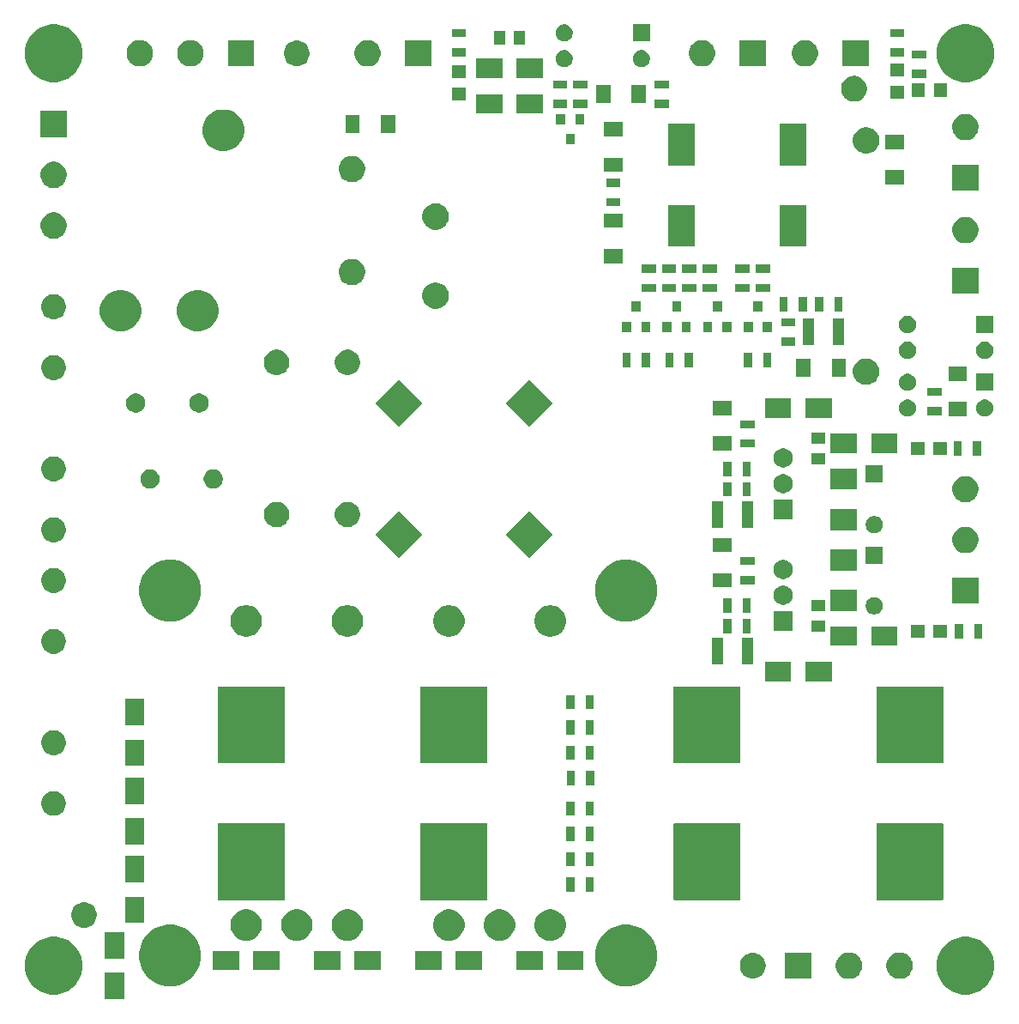
<source format=gts>
G04 #@! TF.GenerationSoftware,KiCad,Pcbnew,5.1.5+dfsg1-2build2*
G04 #@! TF.CreationDate,2021-10-27T23:18:45+10:30*
G04 #@! TF.ProjectId,xover-psu,786f7665-722d-4707-9375-2e6b69636164,rev?*
G04 #@! TF.SameCoordinates,Original*
G04 #@! TF.FileFunction,Soldermask,Top*
G04 #@! TF.FilePolarity,Negative*
%FSLAX46Y46*%
G04 Gerber Fmt 4.6, Leading zero omitted, Abs format (unit mm)*
G04 Created by KiCad (PCBNEW 5.1.5+dfsg1-2build2) date 2021-10-27 23:18:45*
%MOMM*%
%LPD*%
G04 APERTURE LIST*
%ADD10C,0.100000*%
G04 APERTURE END LIST*
D10*
G36*
X36951000Y-123301000D02*
G01*
X35049000Y-123301000D01*
X35049000Y-120699000D01*
X36951000Y-120699000D01*
X36951000Y-123301000D01*
G37*
G36*
X120831606Y-117258562D02*
G01*
X121350455Y-117473476D01*
X121817407Y-117785484D01*
X122214516Y-118182593D01*
X122526524Y-118649545D01*
X122741438Y-119168394D01*
X122851000Y-119719201D01*
X122851000Y-120280799D01*
X122741438Y-120831606D01*
X122526524Y-121350455D01*
X122214516Y-121817407D01*
X121817407Y-122214516D01*
X121350455Y-122526524D01*
X120831606Y-122741438D01*
X120280800Y-122851000D01*
X119719200Y-122851000D01*
X119168394Y-122741438D01*
X118649545Y-122526524D01*
X118182593Y-122214516D01*
X117785484Y-121817407D01*
X117473476Y-121350455D01*
X117258562Y-120831606D01*
X117149000Y-120280799D01*
X117149000Y-119719201D01*
X117258562Y-119168394D01*
X117473476Y-118649545D01*
X117785484Y-118182593D01*
X118182593Y-117785484D01*
X118649545Y-117473476D01*
X119168394Y-117258562D01*
X119719200Y-117149000D01*
X120280800Y-117149000D01*
X120831606Y-117258562D01*
G37*
G36*
X30831606Y-117258562D02*
G01*
X31350455Y-117473476D01*
X31817407Y-117785484D01*
X32214516Y-118182593D01*
X32526524Y-118649545D01*
X32741438Y-119168394D01*
X32851000Y-119719201D01*
X32851000Y-120280799D01*
X32741438Y-120831606D01*
X32526524Y-121350455D01*
X32214516Y-121817407D01*
X31817407Y-122214516D01*
X31350455Y-122526524D01*
X30831606Y-122741438D01*
X30280800Y-122851000D01*
X29719200Y-122851000D01*
X29168394Y-122741438D01*
X28649545Y-122526524D01*
X28182593Y-122214516D01*
X27785484Y-121817407D01*
X27473476Y-121350455D01*
X27258562Y-120831606D01*
X27149000Y-120280799D01*
X27149000Y-119719201D01*
X27258562Y-119168394D01*
X27473476Y-118649545D01*
X27785484Y-118182593D01*
X28182593Y-117785484D01*
X28649545Y-117473476D01*
X29168394Y-117258562D01*
X29719200Y-117149000D01*
X30280800Y-117149000D01*
X30831606Y-117258562D01*
G37*
G36*
X42389943Y-116066248D02*
G01*
X42945189Y-116296238D01*
X42945190Y-116296239D01*
X43444899Y-116630134D01*
X43869866Y-117055101D01*
X43869867Y-117055103D01*
X44203762Y-117554811D01*
X44433752Y-118110057D01*
X44551000Y-118699501D01*
X44551000Y-119300499D01*
X44433752Y-119889943D01*
X44203762Y-120445189D01*
X44203761Y-120445190D01*
X43869866Y-120944899D01*
X43444899Y-121369866D01*
X43193347Y-121537948D01*
X42945189Y-121703762D01*
X42389943Y-121933752D01*
X41800499Y-122051000D01*
X41199501Y-122051000D01*
X40610057Y-121933752D01*
X40054811Y-121703762D01*
X39806653Y-121537948D01*
X39555101Y-121369866D01*
X39130134Y-120944899D01*
X38796239Y-120445190D01*
X38796238Y-120445189D01*
X38566248Y-119889943D01*
X38449000Y-119300499D01*
X38449000Y-118699501D01*
X38566248Y-118110057D01*
X38796238Y-117554811D01*
X39130133Y-117055103D01*
X39130134Y-117055101D01*
X39555101Y-116630134D01*
X40054810Y-116296239D01*
X40054811Y-116296238D01*
X40610057Y-116066248D01*
X41199501Y-115949000D01*
X41800499Y-115949000D01*
X42389943Y-116066248D01*
G37*
G36*
X87389943Y-116066248D02*
G01*
X87945189Y-116296238D01*
X87945190Y-116296239D01*
X88444899Y-116630134D01*
X88869866Y-117055101D01*
X88869867Y-117055103D01*
X89203762Y-117554811D01*
X89433752Y-118110057D01*
X89551000Y-118699501D01*
X89551000Y-119300499D01*
X89433752Y-119889943D01*
X89203762Y-120445189D01*
X89203761Y-120445190D01*
X88869866Y-120944899D01*
X88444899Y-121369866D01*
X88193347Y-121537948D01*
X87945189Y-121703762D01*
X87389943Y-121933752D01*
X86800499Y-122051000D01*
X86199501Y-122051000D01*
X85610057Y-121933752D01*
X85054811Y-121703762D01*
X84806653Y-121537948D01*
X84555101Y-121369866D01*
X84130134Y-120944899D01*
X83796239Y-120445190D01*
X83796238Y-120445189D01*
X83566248Y-119889943D01*
X83449000Y-119300499D01*
X83449000Y-118699501D01*
X83566248Y-118110057D01*
X83796238Y-117554811D01*
X84130133Y-117055103D01*
X84130134Y-117055101D01*
X84555101Y-116630134D01*
X85054810Y-116296239D01*
X85054811Y-116296238D01*
X85610057Y-116066248D01*
X86199501Y-115949000D01*
X86800499Y-115949000D01*
X87389943Y-116066248D01*
G37*
G36*
X108879487Y-118748996D02*
G01*
X109116253Y-118847068D01*
X109116255Y-118847069D01*
X109329339Y-118989447D01*
X109510553Y-119170661D01*
X109597643Y-119301000D01*
X109652932Y-119383747D01*
X109751004Y-119620513D01*
X109801000Y-119871861D01*
X109801000Y-120128139D01*
X109751004Y-120379487D01*
X109652932Y-120616253D01*
X109652931Y-120616255D01*
X109510553Y-120829339D01*
X109329339Y-121010553D01*
X109116255Y-121152931D01*
X109116254Y-121152932D01*
X109116253Y-121152932D01*
X108879487Y-121251004D01*
X108628139Y-121301000D01*
X108371861Y-121301000D01*
X108120513Y-121251004D01*
X107883747Y-121152932D01*
X107883746Y-121152932D01*
X107883745Y-121152931D01*
X107670661Y-121010553D01*
X107489447Y-120829339D01*
X107347069Y-120616255D01*
X107347068Y-120616253D01*
X107248996Y-120379487D01*
X107199000Y-120128139D01*
X107199000Y-119871861D01*
X107248996Y-119620513D01*
X107347068Y-119383747D01*
X107402358Y-119301000D01*
X107489447Y-119170661D01*
X107670661Y-118989447D01*
X107883745Y-118847069D01*
X107883747Y-118847068D01*
X108120513Y-118748996D01*
X108371861Y-118699000D01*
X108628139Y-118699000D01*
X108879487Y-118748996D01*
G37*
G36*
X113879487Y-118748996D02*
G01*
X114116253Y-118847068D01*
X114116255Y-118847069D01*
X114329339Y-118989447D01*
X114510553Y-119170661D01*
X114597643Y-119301000D01*
X114652932Y-119383747D01*
X114751004Y-119620513D01*
X114801000Y-119871861D01*
X114801000Y-120128139D01*
X114751004Y-120379487D01*
X114652932Y-120616253D01*
X114652931Y-120616255D01*
X114510553Y-120829339D01*
X114329339Y-121010553D01*
X114116255Y-121152931D01*
X114116254Y-121152932D01*
X114116253Y-121152932D01*
X113879487Y-121251004D01*
X113628139Y-121301000D01*
X113371861Y-121301000D01*
X113120513Y-121251004D01*
X112883747Y-121152932D01*
X112883746Y-121152932D01*
X112883745Y-121152931D01*
X112670661Y-121010553D01*
X112489447Y-120829339D01*
X112347069Y-120616255D01*
X112347068Y-120616253D01*
X112248996Y-120379487D01*
X112199000Y-120128139D01*
X112199000Y-119871861D01*
X112248996Y-119620513D01*
X112347068Y-119383747D01*
X112402358Y-119301000D01*
X112489447Y-119170661D01*
X112670661Y-118989447D01*
X112883745Y-118847069D01*
X112883747Y-118847068D01*
X113120513Y-118748996D01*
X113371861Y-118699000D01*
X113628139Y-118699000D01*
X113879487Y-118748996D01*
G37*
G36*
X104801000Y-121301000D02*
G01*
X102199000Y-121301000D01*
X102199000Y-118699000D01*
X104801000Y-118699000D01*
X104801000Y-121301000D01*
G37*
G36*
X99220584Y-118748996D02*
G01*
X99370445Y-118778805D01*
X99601571Y-118874541D01*
X99809578Y-119013527D01*
X99986473Y-119190422D01*
X100125459Y-119398429D01*
X100217450Y-119620513D01*
X100221195Y-119629556D01*
X100270000Y-119874915D01*
X100270000Y-120125085D01*
X100245598Y-120247764D01*
X100221195Y-120370445D01*
X100125459Y-120601571D01*
X99986473Y-120809578D01*
X99809578Y-120986473D01*
X99601571Y-121125459D01*
X99370445Y-121221195D01*
X99247765Y-121245597D01*
X99125085Y-121270000D01*
X98874915Y-121270000D01*
X98752235Y-121245597D01*
X98629555Y-121221195D01*
X98398429Y-121125459D01*
X98190422Y-120986473D01*
X98013527Y-120809578D01*
X97874541Y-120601571D01*
X97778805Y-120370445D01*
X97754402Y-120247764D01*
X97730000Y-120125085D01*
X97730000Y-119874915D01*
X97778805Y-119629556D01*
X97782551Y-119620513D01*
X97874541Y-119398429D01*
X98013527Y-119190422D01*
X98190422Y-119013527D01*
X98398429Y-118874541D01*
X98629555Y-118778805D01*
X98779416Y-118748996D01*
X98874915Y-118730000D01*
X99125085Y-118730000D01*
X99220584Y-118748996D01*
G37*
G36*
X78301000Y-120451000D02*
G01*
X75699000Y-120451000D01*
X75699000Y-118549000D01*
X78301000Y-118549000D01*
X78301000Y-120451000D01*
G37*
G36*
X68301000Y-120451000D02*
G01*
X65699000Y-120451000D01*
X65699000Y-118549000D01*
X68301000Y-118549000D01*
X68301000Y-120451000D01*
G37*
G36*
X72301000Y-120451000D02*
G01*
X69699000Y-120451000D01*
X69699000Y-118549000D01*
X72301000Y-118549000D01*
X72301000Y-120451000D01*
G37*
G36*
X48301000Y-120451000D02*
G01*
X45699000Y-120451000D01*
X45699000Y-118549000D01*
X48301000Y-118549000D01*
X48301000Y-120451000D01*
G37*
G36*
X52301000Y-120451000D02*
G01*
X49699000Y-120451000D01*
X49699000Y-118549000D01*
X52301000Y-118549000D01*
X52301000Y-120451000D01*
G37*
G36*
X58301000Y-120451000D02*
G01*
X55699000Y-120451000D01*
X55699000Y-118549000D01*
X58301000Y-118549000D01*
X58301000Y-120451000D01*
G37*
G36*
X62301000Y-120451000D02*
G01*
X59699000Y-120451000D01*
X59699000Y-118549000D01*
X62301000Y-118549000D01*
X62301000Y-120451000D01*
G37*
G36*
X82301000Y-120451000D02*
G01*
X79699000Y-120451000D01*
X79699000Y-118549000D01*
X82301000Y-118549000D01*
X82301000Y-120451000D01*
G37*
G36*
X36951000Y-119301000D02*
G01*
X35049000Y-119301000D01*
X35049000Y-116699000D01*
X36951000Y-116699000D01*
X36951000Y-119301000D01*
G37*
G36*
X74352477Y-114490103D02*
G01*
X74452352Y-114509969D01*
X74569259Y-114558394D01*
X74734591Y-114626876D01*
X74988601Y-114796600D01*
X75204620Y-115012619D01*
X75374344Y-115266629D01*
X75491251Y-115548869D01*
X75550850Y-115848491D01*
X75550850Y-116153989D01*
X75491251Y-116453611D01*
X75374344Y-116735851D01*
X75204620Y-116989861D01*
X74988601Y-117205880D01*
X74734591Y-117375604D01*
X74569259Y-117444086D01*
X74452352Y-117492511D01*
X74352477Y-117512377D01*
X74152729Y-117552110D01*
X73847231Y-117552110D01*
X73647483Y-117512377D01*
X73547608Y-117492511D01*
X73430701Y-117444086D01*
X73265369Y-117375604D01*
X73011359Y-117205880D01*
X72795340Y-116989861D01*
X72625616Y-116735851D01*
X72508709Y-116453611D01*
X72449110Y-116153989D01*
X72449110Y-115848491D01*
X72508709Y-115548869D01*
X72625616Y-115266629D01*
X72795340Y-115012619D01*
X73011359Y-114796600D01*
X73265369Y-114626876D01*
X73430701Y-114558394D01*
X73547608Y-114509969D01*
X73647483Y-114490103D01*
X73847231Y-114450370D01*
X74152729Y-114450370D01*
X74352477Y-114490103D01*
G37*
G36*
X69353757Y-114490103D02*
G01*
X69453632Y-114509969D01*
X69570539Y-114558394D01*
X69735871Y-114626876D01*
X69989881Y-114796600D01*
X70205900Y-115012619D01*
X70375624Y-115266629D01*
X70492531Y-115548869D01*
X70552130Y-115848491D01*
X70552130Y-116153989D01*
X70492531Y-116453611D01*
X70375624Y-116735851D01*
X70205900Y-116989861D01*
X69989881Y-117205880D01*
X69735871Y-117375604D01*
X69570539Y-117444086D01*
X69453632Y-117492511D01*
X69353757Y-117512377D01*
X69154009Y-117552110D01*
X68848511Y-117552110D01*
X68648763Y-117512377D01*
X68548888Y-117492511D01*
X68431981Y-117444086D01*
X68266649Y-117375604D01*
X68012639Y-117205880D01*
X67796620Y-116989861D01*
X67626896Y-116735851D01*
X67509989Y-116453611D01*
X67450390Y-116153989D01*
X67450390Y-115848491D01*
X67509989Y-115548869D01*
X67626896Y-115266629D01*
X67796620Y-115012619D01*
X68012639Y-114796600D01*
X68266649Y-114626876D01*
X68431981Y-114558394D01*
X68548888Y-114509969D01*
X68648763Y-114490103D01*
X68848511Y-114450370D01*
X69154009Y-114450370D01*
X69353757Y-114490103D01*
G37*
G36*
X54352517Y-114490103D02*
G01*
X54452392Y-114509969D01*
X54569299Y-114558394D01*
X54734631Y-114626876D01*
X54988641Y-114796600D01*
X55204660Y-115012619D01*
X55374384Y-115266629D01*
X55491291Y-115548869D01*
X55550890Y-115848491D01*
X55550890Y-116153989D01*
X55491291Y-116453611D01*
X55374384Y-116735851D01*
X55204660Y-116989861D01*
X54988641Y-117205880D01*
X54734631Y-117375604D01*
X54569299Y-117444086D01*
X54452392Y-117492511D01*
X54352517Y-117512377D01*
X54152769Y-117552110D01*
X53847271Y-117552110D01*
X53647523Y-117512377D01*
X53547648Y-117492511D01*
X53430741Y-117444086D01*
X53265409Y-117375604D01*
X53011399Y-117205880D01*
X52795380Y-116989861D01*
X52625656Y-116735851D01*
X52508749Y-116453611D01*
X52449150Y-116153989D01*
X52449150Y-115848491D01*
X52508749Y-115548869D01*
X52625656Y-115266629D01*
X52795380Y-115012619D01*
X53011399Y-114796600D01*
X53265409Y-114626876D01*
X53430741Y-114558394D01*
X53547648Y-114509969D01*
X53647523Y-114490103D01*
X53847271Y-114450370D01*
X54152769Y-114450370D01*
X54352517Y-114490103D01*
G37*
G36*
X59351237Y-114490103D02*
G01*
X59451112Y-114509969D01*
X59568019Y-114558394D01*
X59733351Y-114626876D01*
X59987361Y-114796600D01*
X60203380Y-115012619D01*
X60373104Y-115266629D01*
X60490011Y-115548869D01*
X60549610Y-115848491D01*
X60549610Y-116153989D01*
X60490011Y-116453611D01*
X60373104Y-116735851D01*
X60203380Y-116989861D01*
X59987361Y-117205880D01*
X59733351Y-117375604D01*
X59568019Y-117444086D01*
X59451112Y-117492511D01*
X59351237Y-117512377D01*
X59151489Y-117552110D01*
X58845991Y-117552110D01*
X58646243Y-117512377D01*
X58546368Y-117492511D01*
X58429461Y-117444086D01*
X58264129Y-117375604D01*
X58010119Y-117205880D01*
X57794100Y-116989861D01*
X57624376Y-116735851D01*
X57507469Y-116453611D01*
X57447870Y-116153989D01*
X57447870Y-115848491D01*
X57507469Y-115548869D01*
X57624376Y-115266629D01*
X57794100Y-115012619D01*
X58010119Y-114796600D01*
X58264129Y-114626876D01*
X58429461Y-114558394D01*
X58546368Y-114509969D01*
X58646243Y-114490103D01*
X58845991Y-114450370D01*
X59151489Y-114450370D01*
X59351237Y-114490103D01*
G37*
G36*
X49351257Y-114490103D02*
G01*
X49451132Y-114509969D01*
X49568039Y-114558394D01*
X49733371Y-114626876D01*
X49987381Y-114796600D01*
X50203400Y-115012619D01*
X50373124Y-115266629D01*
X50490031Y-115548869D01*
X50549630Y-115848491D01*
X50549630Y-116153989D01*
X50490031Y-116453611D01*
X50373124Y-116735851D01*
X50203400Y-116989861D01*
X49987381Y-117205880D01*
X49733371Y-117375604D01*
X49568039Y-117444086D01*
X49451132Y-117492511D01*
X49351257Y-117512377D01*
X49151509Y-117552110D01*
X48846011Y-117552110D01*
X48646263Y-117512377D01*
X48546388Y-117492511D01*
X48429481Y-117444086D01*
X48264149Y-117375604D01*
X48010139Y-117205880D01*
X47794120Y-116989861D01*
X47624396Y-116735851D01*
X47507489Y-116453611D01*
X47447890Y-116153989D01*
X47447890Y-115848491D01*
X47507489Y-115548869D01*
X47624396Y-115266629D01*
X47794120Y-115012619D01*
X48010139Y-114796600D01*
X48264149Y-114626876D01*
X48429481Y-114558394D01*
X48546388Y-114509969D01*
X48646263Y-114490103D01*
X48846011Y-114450370D01*
X49151509Y-114450370D01*
X49351257Y-114490103D01*
G37*
G36*
X79353737Y-114490103D02*
G01*
X79453612Y-114509969D01*
X79570519Y-114558394D01*
X79735851Y-114626876D01*
X79989861Y-114796600D01*
X80205880Y-115012619D01*
X80375604Y-115266629D01*
X80492511Y-115548869D01*
X80552110Y-115848491D01*
X80552110Y-116153989D01*
X80492511Y-116453611D01*
X80375604Y-116735851D01*
X80205880Y-116989861D01*
X79989861Y-117205880D01*
X79735851Y-117375604D01*
X79570519Y-117444086D01*
X79453612Y-117492511D01*
X79353737Y-117512377D01*
X79153989Y-117552110D01*
X78848491Y-117552110D01*
X78648743Y-117512377D01*
X78548868Y-117492511D01*
X78431961Y-117444086D01*
X78266629Y-117375604D01*
X78012619Y-117205880D01*
X77796600Y-116989861D01*
X77626876Y-116735851D01*
X77509969Y-116453611D01*
X77450370Y-116153989D01*
X77450370Y-115848491D01*
X77509969Y-115548869D01*
X77626876Y-115266629D01*
X77796600Y-115012619D01*
X78012619Y-114796600D01*
X78266629Y-114626876D01*
X78431961Y-114558394D01*
X78548868Y-114509969D01*
X78648743Y-114490103D01*
X78848491Y-114450370D01*
X79153989Y-114450370D01*
X79353737Y-114490103D01*
G37*
G36*
X33247765Y-113754403D02*
G01*
X33370445Y-113778805D01*
X33601571Y-113874541D01*
X33809578Y-114013527D01*
X33986473Y-114190422D01*
X34125459Y-114398429D01*
X34221195Y-114629555D01*
X34270000Y-114874916D01*
X34270000Y-115125084D01*
X34221195Y-115370445D01*
X34125459Y-115601571D01*
X33986473Y-115809578D01*
X33809578Y-115986473D01*
X33601571Y-116125459D01*
X33370445Y-116221195D01*
X33247764Y-116245598D01*
X33125085Y-116270000D01*
X32874915Y-116270000D01*
X32752236Y-116245598D01*
X32629555Y-116221195D01*
X32398429Y-116125459D01*
X32190422Y-115986473D01*
X32013527Y-115809578D01*
X31874541Y-115601571D01*
X31778805Y-115370445D01*
X31730000Y-115125084D01*
X31730000Y-114874916D01*
X31778805Y-114629555D01*
X31874541Y-114398429D01*
X32013527Y-114190422D01*
X32190422Y-114013527D01*
X32398429Y-113874541D01*
X32629555Y-113778805D01*
X32752235Y-113754403D01*
X32874915Y-113730000D01*
X33125085Y-113730000D01*
X33247765Y-113754403D01*
G37*
G36*
X38951000Y-115801000D02*
G01*
X37049000Y-115801000D01*
X37049000Y-113199000D01*
X38951000Y-113199000D01*
X38951000Y-115801000D01*
G37*
G36*
X72747070Y-105950877D02*
G01*
X72759493Y-105954646D01*
X72770954Y-105960772D01*
X72780991Y-105969009D01*
X72789228Y-105979046D01*
X72795354Y-105990507D01*
X72799123Y-106002930D01*
X72801000Y-106021994D01*
X72801000Y-113478006D01*
X72799123Y-113497070D01*
X72795354Y-113509493D01*
X72789228Y-113520954D01*
X72780991Y-113530991D01*
X72770954Y-113539228D01*
X72759493Y-113545354D01*
X72747070Y-113549123D01*
X72728006Y-113551000D01*
X66271994Y-113551000D01*
X66252930Y-113549123D01*
X66240507Y-113545354D01*
X66229046Y-113539228D01*
X66219009Y-113530991D01*
X66210772Y-113520954D01*
X66204646Y-113509493D01*
X66200877Y-113497070D01*
X66199000Y-113478006D01*
X66199000Y-106021994D01*
X66200877Y-106002930D01*
X66204646Y-105990507D01*
X66210772Y-105979046D01*
X66219009Y-105969009D01*
X66229046Y-105960772D01*
X66240507Y-105954646D01*
X66252930Y-105950877D01*
X66271994Y-105949000D01*
X72728006Y-105949000D01*
X72747070Y-105950877D01*
G37*
G36*
X117747070Y-105950877D02*
G01*
X117759493Y-105954646D01*
X117770954Y-105960772D01*
X117780991Y-105969009D01*
X117789228Y-105979046D01*
X117795354Y-105990507D01*
X117799123Y-106002930D01*
X117801000Y-106021994D01*
X117801000Y-113478006D01*
X117799123Y-113497070D01*
X117795354Y-113509493D01*
X117789228Y-113520954D01*
X117780991Y-113530991D01*
X117770954Y-113539228D01*
X117759493Y-113545354D01*
X117747070Y-113549123D01*
X117728006Y-113551000D01*
X111271994Y-113551000D01*
X111252930Y-113549123D01*
X111240507Y-113545354D01*
X111229046Y-113539228D01*
X111219009Y-113530991D01*
X111210772Y-113520954D01*
X111204646Y-113509493D01*
X111200877Y-113497070D01*
X111199000Y-113478006D01*
X111199000Y-106021994D01*
X111200877Y-106002930D01*
X111204646Y-105990507D01*
X111210772Y-105979046D01*
X111219009Y-105969009D01*
X111229046Y-105960772D01*
X111240507Y-105954646D01*
X111252930Y-105950877D01*
X111271994Y-105949000D01*
X117728006Y-105949000D01*
X117747070Y-105950877D01*
G37*
G36*
X97747070Y-105950877D02*
G01*
X97759493Y-105954646D01*
X97770954Y-105960772D01*
X97780991Y-105969009D01*
X97789228Y-105979046D01*
X97795354Y-105990507D01*
X97799123Y-106002930D01*
X97801000Y-106021994D01*
X97801000Y-113478006D01*
X97799123Y-113497070D01*
X97795354Y-113509493D01*
X97789228Y-113520954D01*
X97780991Y-113530991D01*
X97770954Y-113539228D01*
X97759493Y-113545354D01*
X97747070Y-113549123D01*
X97728006Y-113551000D01*
X91271994Y-113551000D01*
X91252930Y-113549123D01*
X91240507Y-113545354D01*
X91229046Y-113539228D01*
X91219009Y-113530991D01*
X91210772Y-113520954D01*
X91204646Y-113509493D01*
X91200877Y-113497070D01*
X91199000Y-113478006D01*
X91199000Y-106021994D01*
X91200877Y-106002930D01*
X91204646Y-105990507D01*
X91210772Y-105979046D01*
X91219009Y-105969009D01*
X91229046Y-105960772D01*
X91240507Y-105954646D01*
X91252930Y-105950877D01*
X91271994Y-105949000D01*
X97728006Y-105949000D01*
X97747070Y-105950877D01*
G37*
G36*
X52747070Y-105950877D02*
G01*
X52759493Y-105954646D01*
X52770954Y-105960772D01*
X52780991Y-105969009D01*
X52789228Y-105979046D01*
X52795354Y-105990507D01*
X52799123Y-106002930D01*
X52801000Y-106021994D01*
X52801000Y-113478006D01*
X52799123Y-113497070D01*
X52795354Y-113509493D01*
X52789228Y-113520954D01*
X52780991Y-113530991D01*
X52770954Y-113539228D01*
X52759493Y-113545354D01*
X52747070Y-113549123D01*
X52728006Y-113551000D01*
X46271994Y-113551000D01*
X46252930Y-113549123D01*
X46240507Y-113545354D01*
X46229046Y-113539228D01*
X46219009Y-113530991D01*
X46210772Y-113520954D01*
X46204646Y-113509493D01*
X46200877Y-113497070D01*
X46199000Y-113478006D01*
X46199000Y-106021994D01*
X46200877Y-106002930D01*
X46204646Y-105990507D01*
X46210772Y-105979046D01*
X46219009Y-105969009D01*
X46229046Y-105960772D01*
X46240507Y-105954646D01*
X46252930Y-105950877D01*
X46271994Y-105949000D01*
X52728006Y-105949000D01*
X52747070Y-105950877D01*
G37*
G36*
X81401000Y-112701000D02*
G01*
X80599000Y-112701000D01*
X80599000Y-111299000D01*
X81401000Y-111299000D01*
X81401000Y-112701000D01*
G37*
G36*
X83301000Y-112701000D02*
G01*
X82499000Y-112701000D01*
X82499000Y-111299000D01*
X83301000Y-111299000D01*
X83301000Y-112701000D01*
G37*
G36*
X38951000Y-111801000D02*
G01*
X37049000Y-111801000D01*
X37049000Y-109199000D01*
X38951000Y-109199000D01*
X38951000Y-111801000D01*
G37*
G36*
X81401000Y-110201000D02*
G01*
X80599000Y-110201000D01*
X80599000Y-108799000D01*
X81401000Y-108799000D01*
X81401000Y-110201000D01*
G37*
G36*
X83301000Y-110201000D02*
G01*
X82499000Y-110201000D01*
X82499000Y-108799000D01*
X83301000Y-108799000D01*
X83301000Y-110201000D01*
G37*
G36*
X38951000Y-108051000D02*
G01*
X37049000Y-108051000D01*
X37049000Y-105449000D01*
X38951000Y-105449000D01*
X38951000Y-108051000D01*
G37*
G36*
X81401000Y-107701000D02*
G01*
X80599000Y-107701000D01*
X80599000Y-106299000D01*
X81401000Y-106299000D01*
X81401000Y-107701000D01*
G37*
G36*
X83301000Y-107701000D02*
G01*
X82499000Y-107701000D01*
X82499000Y-106299000D01*
X83301000Y-106299000D01*
X83301000Y-107701000D01*
G37*
G36*
X30357610Y-102821114D02*
G01*
X30580727Y-102913532D01*
X30580729Y-102913533D01*
X30631269Y-102947303D01*
X30781529Y-103047703D01*
X30952297Y-103218471D01*
X31086468Y-103419273D01*
X31178886Y-103642390D01*
X31226000Y-103879248D01*
X31226000Y-104120752D01*
X31178886Y-104357610D01*
X31086468Y-104580727D01*
X30952297Y-104781529D01*
X30781529Y-104952297D01*
X30631269Y-105052697D01*
X30580729Y-105086467D01*
X30580728Y-105086468D01*
X30580727Y-105086468D01*
X30357610Y-105178886D01*
X30120752Y-105226000D01*
X29879248Y-105226000D01*
X29642390Y-105178886D01*
X29419273Y-105086468D01*
X29419272Y-105086468D01*
X29419271Y-105086467D01*
X29368731Y-105052697D01*
X29218471Y-104952297D01*
X29047703Y-104781529D01*
X28913532Y-104580727D01*
X28821114Y-104357610D01*
X28774000Y-104120752D01*
X28774000Y-103879248D01*
X28821114Y-103642390D01*
X28913532Y-103419273D01*
X29047703Y-103218471D01*
X29218471Y-103047703D01*
X29368731Y-102947303D01*
X29419271Y-102913533D01*
X29419273Y-102913532D01*
X29642390Y-102821114D01*
X29879248Y-102774000D01*
X30120752Y-102774000D01*
X30357610Y-102821114D01*
G37*
G36*
X81401000Y-105201000D02*
G01*
X80599000Y-105201000D01*
X80599000Y-103799000D01*
X81401000Y-103799000D01*
X81401000Y-105201000D01*
G37*
G36*
X83301000Y-105201000D02*
G01*
X82499000Y-105201000D01*
X82499000Y-103799000D01*
X83301000Y-103799000D01*
X83301000Y-105201000D01*
G37*
G36*
X38951000Y-104051000D02*
G01*
X37049000Y-104051000D01*
X37049000Y-101449000D01*
X38951000Y-101449000D01*
X38951000Y-104051000D01*
G37*
G36*
X83351000Y-102201000D02*
G01*
X82549000Y-102201000D01*
X82549000Y-100799000D01*
X83351000Y-100799000D01*
X83351000Y-102201000D01*
G37*
G36*
X81451000Y-102201000D02*
G01*
X80649000Y-102201000D01*
X80649000Y-100799000D01*
X81451000Y-100799000D01*
X81451000Y-102201000D01*
G37*
G36*
X38951000Y-100301000D02*
G01*
X37049000Y-100301000D01*
X37049000Y-97699000D01*
X38951000Y-97699000D01*
X38951000Y-100301000D01*
G37*
G36*
X117747070Y-92450877D02*
G01*
X117759493Y-92454646D01*
X117770954Y-92460772D01*
X117780991Y-92469009D01*
X117789228Y-92479046D01*
X117795354Y-92490507D01*
X117799123Y-92502930D01*
X117801000Y-92521994D01*
X117801000Y-99978006D01*
X117799123Y-99997070D01*
X117795354Y-100009493D01*
X117789228Y-100020954D01*
X117780991Y-100030991D01*
X117770954Y-100039228D01*
X117759493Y-100045354D01*
X117747070Y-100049123D01*
X117728006Y-100051000D01*
X111271994Y-100051000D01*
X111252930Y-100049123D01*
X111240507Y-100045354D01*
X111229046Y-100039228D01*
X111219009Y-100030991D01*
X111210772Y-100020954D01*
X111204646Y-100009493D01*
X111200877Y-99997070D01*
X111199000Y-99978006D01*
X111199000Y-92521994D01*
X111200877Y-92502930D01*
X111204646Y-92490507D01*
X111210772Y-92479046D01*
X111219009Y-92469009D01*
X111229046Y-92460772D01*
X111240507Y-92454646D01*
X111252930Y-92450877D01*
X111271994Y-92449000D01*
X117728006Y-92449000D01*
X117747070Y-92450877D01*
G37*
G36*
X97747070Y-92450877D02*
G01*
X97759493Y-92454646D01*
X97770954Y-92460772D01*
X97780991Y-92469009D01*
X97789228Y-92479046D01*
X97795354Y-92490507D01*
X97799123Y-92502930D01*
X97801000Y-92521994D01*
X97801000Y-99978006D01*
X97799123Y-99997070D01*
X97795354Y-100009493D01*
X97789228Y-100020954D01*
X97780991Y-100030991D01*
X97770954Y-100039228D01*
X97759493Y-100045354D01*
X97747070Y-100049123D01*
X97728006Y-100051000D01*
X91271994Y-100051000D01*
X91252930Y-100049123D01*
X91240507Y-100045354D01*
X91229046Y-100039228D01*
X91219009Y-100030991D01*
X91210772Y-100020954D01*
X91204646Y-100009493D01*
X91200877Y-99997070D01*
X91199000Y-99978006D01*
X91199000Y-92521994D01*
X91200877Y-92502930D01*
X91204646Y-92490507D01*
X91210772Y-92479046D01*
X91219009Y-92469009D01*
X91229046Y-92460772D01*
X91240507Y-92454646D01*
X91252930Y-92450877D01*
X91271994Y-92449000D01*
X97728006Y-92449000D01*
X97747070Y-92450877D01*
G37*
G36*
X72747070Y-92450877D02*
G01*
X72759493Y-92454646D01*
X72770954Y-92460772D01*
X72780991Y-92469009D01*
X72789228Y-92479046D01*
X72795354Y-92490507D01*
X72799123Y-92502930D01*
X72801000Y-92521994D01*
X72801000Y-99978006D01*
X72799123Y-99997070D01*
X72795354Y-100009493D01*
X72789228Y-100020954D01*
X72780991Y-100030991D01*
X72770954Y-100039228D01*
X72759493Y-100045354D01*
X72747070Y-100049123D01*
X72728006Y-100051000D01*
X66271994Y-100051000D01*
X66252930Y-100049123D01*
X66240507Y-100045354D01*
X66229046Y-100039228D01*
X66219009Y-100030991D01*
X66210772Y-100020954D01*
X66204646Y-100009493D01*
X66200877Y-99997070D01*
X66199000Y-99978006D01*
X66199000Y-92521994D01*
X66200877Y-92502930D01*
X66204646Y-92490507D01*
X66210772Y-92479046D01*
X66219009Y-92469009D01*
X66229046Y-92460772D01*
X66240507Y-92454646D01*
X66252930Y-92450877D01*
X66271994Y-92449000D01*
X72728006Y-92449000D01*
X72747070Y-92450877D01*
G37*
G36*
X52747070Y-92450877D02*
G01*
X52759493Y-92454646D01*
X52770954Y-92460772D01*
X52780991Y-92469009D01*
X52789228Y-92479046D01*
X52795354Y-92490507D01*
X52799123Y-92502930D01*
X52801000Y-92521994D01*
X52801000Y-99978006D01*
X52799123Y-99997070D01*
X52795354Y-100009493D01*
X52789228Y-100020954D01*
X52780991Y-100030991D01*
X52770954Y-100039228D01*
X52759493Y-100045354D01*
X52747070Y-100049123D01*
X52728006Y-100051000D01*
X46271994Y-100051000D01*
X46252930Y-100049123D01*
X46240507Y-100045354D01*
X46229046Y-100039228D01*
X46219009Y-100030991D01*
X46210772Y-100020954D01*
X46204646Y-100009493D01*
X46200877Y-99997070D01*
X46199000Y-99978006D01*
X46199000Y-92521994D01*
X46200877Y-92502930D01*
X46204646Y-92490507D01*
X46210772Y-92479046D01*
X46219009Y-92469009D01*
X46229046Y-92460772D01*
X46240507Y-92454646D01*
X46252930Y-92450877D01*
X46271994Y-92449000D01*
X52728006Y-92449000D01*
X52747070Y-92450877D01*
G37*
G36*
X83301000Y-99701000D02*
G01*
X82499000Y-99701000D01*
X82499000Y-98299000D01*
X83301000Y-98299000D01*
X83301000Y-99701000D01*
G37*
G36*
X81401000Y-99701000D02*
G01*
X80599000Y-99701000D01*
X80599000Y-98299000D01*
X81401000Y-98299000D01*
X81401000Y-99701000D01*
G37*
G36*
X30357610Y-96821114D02*
G01*
X30580727Y-96913532D01*
X30580729Y-96913533D01*
X30631269Y-96947303D01*
X30781529Y-97047703D01*
X30952297Y-97218471D01*
X31086468Y-97419273D01*
X31178886Y-97642390D01*
X31226000Y-97879248D01*
X31226000Y-98120752D01*
X31178886Y-98357610D01*
X31086468Y-98580727D01*
X30952297Y-98781529D01*
X30781529Y-98952297D01*
X30631269Y-99052697D01*
X30580729Y-99086467D01*
X30580728Y-99086468D01*
X30580727Y-99086468D01*
X30357610Y-99178886D01*
X30120752Y-99226000D01*
X29879248Y-99226000D01*
X29642390Y-99178886D01*
X29419273Y-99086468D01*
X29419272Y-99086468D01*
X29419271Y-99086467D01*
X29368731Y-99052697D01*
X29218471Y-98952297D01*
X29047703Y-98781529D01*
X28913532Y-98580727D01*
X28821114Y-98357610D01*
X28774000Y-98120752D01*
X28774000Y-97879248D01*
X28821114Y-97642390D01*
X28913532Y-97419273D01*
X29047703Y-97218471D01*
X29218471Y-97047703D01*
X29368731Y-96947303D01*
X29419271Y-96913533D01*
X29419273Y-96913532D01*
X29642390Y-96821114D01*
X29879248Y-96774000D01*
X30120752Y-96774000D01*
X30357610Y-96821114D01*
G37*
G36*
X81401000Y-97201000D02*
G01*
X80599000Y-97201000D01*
X80599000Y-95799000D01*
X81401000Y-95799000D01*
X81401000Y-97201000D01*
G37*
G36*
X83301000Y-97201000D02*
G01*
X82499000Y-97201000D01*
X82499000Y-95799000D01*
X83301000Y-95799000D01*
X83301000Y-97201000D01*
G37*
G36*
X38951000Y-96301000D02*
G01*
X37049000Y-96301000D01*
X37049000Y-93699000D01*
X38951000Y-93699000D01*
X38951000Y-96301000D01*
G37*
G36*
X81401000Y-94701000D02*
G01*
X80599000Y-94701000D01*
X80599000Y-93299000D01*
X81401000Y-93299000D01*
X81401000Y-94701000D01*
G37*
G36*
X83301000Y-94701000D02*
G01*
X82499000Y-94701000D01*
X82499000Y-93299000D01*
X83301000Y-93299000D01*
X83301000Y-94701000D01*
G37*
G36*
X102801000Y-91951000D02*
G01*
X100199000Y-91951000D01*
X100199000Y-90049000D01*
X102801000Y-90049000D01*
X102801000Y-91951000D01*
G37*
G36*
X106801000Y-91951000D02*
G01*
X104199000Y-91951000D01*
X104199000Y-90049000D01*
X106801000Y-90049000D01*
X106801000Y-91951000D01*
G37*
G36*
X99051000Y-90301000D02*
G01*
X97949000Y-90301000D01*
X97949000Y-87699000D01*
X99051000Y-87699000D01*
X99051000Y-90301000D01*
G37*
G36*
X96051000Y-90301000D02*
G01*
X94949000Y-90301000D01*
X94949000Y-87699000D01*
X96051000Y-87699000D01*
X96051000Y-90301000D01*
G37*
G36*
X30357610Y-86821114D02*
G01*
X30580727Y-86913532D01*
X30580729Y-86913533D01*
X30631269Y-86947303D01*
X30781529Y-87047703D01*
X30952297Y-87218471D01*
X31086468Y-87419273D01*
X31178886Y-87642390D01*
X31226000Y-87879248D01*
X31226000Y-88120752D01*
X31178886Y-88357610D01*
X31086468Y-88580727D01*
X30952297Y-88781529D01*
X30781529Y-88952297D01*
X30631269Y-89052697D01*
X30580729Y-89086467D01*
X30580728Y-89086468D01*
X30580727Y-89086468D01*
X30357610Y-89178886D01*
X30120752Y-89226000D01*
X29879248Y-89226000D01*
X29642390Y-89178886D01*
X29419273Y-89086468D01*
X29419272Y-89086468D01*
X29419271Y-89086467D01*
X29368731Y-89052697D01*
X29218471Y-88952297D01*
X29047703Y-88781529D01*
X28913532Y-88580727D01*
X28821114Y-88357610D01*
X28774000Y-88120752D01*
X28774000Y-87879248D01*
X28821114Y-87642390D01*
X28913532Y-87419273D01*
X29047703Y-87218471D01*
X29218471Y-87047703D01*
X29368731Y-86947303D01*
X29419271Y-86913533D01*
X29419273Y-86913532D01*
X29642390Y-86821114D01*
X29879248Y-86774000D01*
X30120752Y-86774000D01*
X30357610Y-86821114D01*
G37*
G36*
X109301000Y-88451000D02*
G01*
X106699000Y-88451000D01*
X106699000Y-86549000D01*
X109301000Y-86549000D01*
X109301000Y-88451000D01*
G37*
G36*
X113301000Y-88451000D02*
G01*
X110699000Y-88451000D01*
X110699000Y-86549000D01*
X113301000Y-86549000D01*
X113301000Y-88451000D01*
G37*
G36*
X121651000Y-87701000D02*
G01*
X120849000Y-87701000D01*
X120849000Y-86299000D01*
X121651000Y-86299000D01*
X121651000Y-87701000D01*
G37*
G36*
X119751000Y-87701000D02*
G01*
X118949000Y-87701000D01*
X118949000Y-86299000D01*
X119751000Y-86299000D01*
X119751000Y-87701000D01*
G37*
G36*
X118151000Y-87651000D02*
G01*
X116849000Y-87651000D01*
X116849000Y-86349000D01*
X118151000Y-86349000D01*
X118151000Y-87651000D01*
G37*
G36*
X115951000Y-87651000D02*
G01*
X114649000Y-87651000D01*
X114649000Y-86349000D01*
X115951000Y-86349000D01*
X115951000Y-87651000D01*
G37*
G36*
X79353737Y-84487623D02*
G01*
X79453612Y-84507489D01*
X79570519Y-84555914D01*
X79735851Y-84624396D01*
X79989861Y-84794120D01*
X80205880Y-85010139D01*
X80375604Y-85264149D01*
X80492511Y-85546389D01*
X80552110Y-85846011D01*
X80552110Y-86151509D01*
X80492511Y-86451131D01*
X80375604Y-86733371D01*
X80205880Y-86987381D01*
X79989861Y-87203400D01*
X79735851Y-87373124D01*
X79570519Y-87441606D01*
X79453612Y-87490031D01*
X79353737Y-87509897D01*
X79153989Y-87549630D01*
X78848491Y-87549630D01*
X78648743Y-87509897D01*
X78548868Y-87490031D01*
X78431961Y-87441606D01*
X78266629Y-87373124D01*
X78012619Y-87203400D01*
X77796600Y-86987381D01*
X77626876Y-86733371D01*
X77509969Y-86451131D01*
X77450370Y-86151509D01*
X77450370Y-85846011D01*
X77509969Y-85546389D01*
X77626876Y-85264149D01*
X77796600Y-85010139D01*
X78012619Y-84794120D01*
X78266629Y-84624396D01*
X78431961Y-84555914D01*
X78548868Y-84507489D01*
X78648743Y-84487623D01*
X78848491Y-84447890D01*
X79153989Y-84447890D01*
X79353737Y-84487623D01*
G37*
G36*
X49351257Y-84487623D02*
G01*
X49451132Y-84507489D01*
X49568039Y-84555914D01*
X49733371Y-84624396D01*
X49987381Y-84794120D01*
X50203400Y-85010139D01*
X50373124Y-85264149D01*
X50490031Y-85546389D01*
X50549630Y-85846011D01*
X50549630Y-86151509D01*
X50490031Y-86451131D01*
X50373124Y-86733371D01*
X50203400Y-86987381D01*
X49987381Y-87203400D01*
X49733371Y-87373124D01*
X49568039Y-87441606D01*
X49451132Y-87490031D01*
X49351257Y-87509897D01*
X49151509Y-87549630D01*
X48846011Y-87549630D01*
X48646263Y-87509897D01*
X48546388Y-87490031D01*
X48429481Y-87441606D01*
X48264149Y-87373124D01*
X48010139Y-87203400D01*
X47794120Y-86987381D01*
X47624396Y-86733371D01*
X47507489Y-86451131D01*
X47447890Y-86151509D01*
X47447890Y-85846011D01*
X47507489Y-85546389D01*
X47624396Y-85264149D01*
X47794120Y-85010139D01*
X48010139Y-84794120D01*
X48264149Y-84624396D01*
X48429481Y-84555914D01*
X48546388Y-84507489D01*
X48646263Y-84487623D01*
X48846011Y-84447890D01*
X49151509Y-84447890D01*
X49351257Y-84487623D01*
G37*
G36*
X69353757Y-84487623D02*
G01*
X69453632Y-84507489D01*
X69570539Y-84555914D01*
X69735871Y-84624396D01*
X69989881Y-84794120D01*
X70205900Y-85010139D01*
X70375624Y-85264149D01*
X70492531Y-85546389D01*
X70552130Y-85846011D01*
X70552130Y-86151509D01*
X70492531Y-86451131D01*
X70375624Y-86733371D01*
X70205900Y-86987381D01*
X69989881Y-87203400D01*
X69735871Y-87373124D01*
X69570539Y-87441606D01*
X69453632Y-87490031D01*
X69353757Y-87509897D01*
X69154009Y-87549630D01*
X68848511Y-87549630D01*
X68648763Y-87509897D01*
X68548888Y-87490031D01*
X68431981Y-87441606D01*
X68266649Y-87373124D01*
X68012639Y-87203400D01*
X67796620Y-86987381D01*
X67626896Y-86733371D01*
X67509989Y-86451131D01*
X67450390Y-86151509D01*
X67450390Y-85846011D01*
X67509989Y-85546389D01*
X67626896Y-85264149D01*
X67796620Y-85010139D01*
X68012639Y-84794120D01*
X68266649Y-84624396D01*
X68431981Y-84555914D01*
X68548888Y-84507489D01*
X68648763Y-84487623D01*
X68848511Y-84447890D01*
X69154009Y-84447890D01*
X69353757Y-84487623D01*
G37*
G36*
X59351237Y-84487623D02*
G01*
X59451112Y-84507489D01*
X59568019Y-84555914D01*
X59733351Y-84624396D01*
X59987361Y-84794120D01*
X60203380Y-85010139D01*
X60373104Y-85264149D01*
X60490011Y-85546389D01*
X60549610Y-85846011D01*
X60549610Y-86151509D01*
X60490011Y-86451131D01*
X60373104Y-86733371D01*
X60203380Y-86987381D01*
X59987361Y-87203400D01*
X59733351Y-87373124D01*
X59568019Y-87441606D01*
X59451112Y-87490031D01*
X59351237Y-87509897D01*
X59151489Y-87549630D01*
X58845991Y-87549630D01*
X58646243Y-87509897D01*
X58546368Y-87490031D01*
X58429461Y-87441606D01*
X58264129Y-87373124D01*
X58010119Y-87203400D01*
X57794100Y-86987381D01*
X57624376Y-86733371D01*
X57507469Y-86451131D01*
X57447870Y-86151509D01*
X57447870Y-85846011D01*
X57507469Y-85546389D01*
X57624376Y-85264149D01*
X57794100Y-85010139D01*
X58010119Y-84794120D01*
X58264129Y-84624396D01*
X58429461Y-84555914D01*
X58546368Y-84507489D01*
X58646243Y-84487623D01*
X58845991Y-84447890D01*
X59151489Y-84447890D01*
X59351237Y-84487623D01*
G37*
G36*
X98801000Y-87201000D02*
G01*
X97999000Y-87201000D01*
X97999000Y-85799000D01*
X98801000Y-85799000D01*
X98801000Y-87201000D01*
G37*
G36*
X96901000Y-87201000D02*
G01*
X96099000Y-87201000D01*
X96099000Y-85799000D01*
X96901000Y-85799000D01*
X96901000Y-87201000D01*
G37*
G36*
X106176000Y-87051000D02*
G01*
X104824000Y-87051000D01*
X104824000Y-85949000D01*
X106176000Y-85949000D01*
X106176000Y-87051000D01*
G37*
G36*
X102951000Y-86951000D02*
G01*
X101049000Y-86951000D01*
X101049000Y-85049000D01*
X102951000Y-85049000D01*
X102951000Y-86951000D01*
G37*
G36*
X42389943Y-80066248D02*
G01*
X42945189Y-80296238D01*
X43027146Y-80351000D01*
X43444899Y-80630134D01*
X43869866Y-81055101D01*
X43979026Y-81218471D01*
X44203762Y-81554811D01*
X44433752Y-82110057D01*
X44551000Y-82699501D01*
X44551000Y-83300499D01*
X44433752Y-83889943D01*
X44203762Y-84445189D01*
X44203761Y-84445190D01*
X43869866Y-84944899D01*
X43444899Y-85369866D01*
X43193347Y-85537948D01*
X42945189Y-85703762D01*
X42389943Y-85933752D01*
X41800499Y-86051000D01*
X41199501Y-86051000D01*
X40610057Y-85933752D01*
X40054811Y-85703762D01*
X39806653Y-85537948D01*
X39555101Y-85369866D01*
X39130134Y-84944899D01*
X38796239Y-84445190D01*
X38796238Y-84445189D01*
X38566248Y-83889943D01*
X38449000Y-83300499D01*
X38449000Y-82699501D01*
X38566248Y-82110057D01*
X38796238Y-81554811D01*
X39020974Y-81218471D01*
X39130134Y-81055101D01*
X39555101Y-80630134D01*
X39972854Y-80351000D01*
X40054811Y-80296238D01*
X40610057Y-80066248D01*
X41199501Y-79949000D01*
X41800499Y-79949000D01*
X42389943Y-80066248D01*
G37*
G36*
X87389943Y-80066248D02*
G01*
X87945189Y-80296238D01*
X88027146Y-80351000D01*
X88444899Y-80630134D01*
X88869866Y-81055101D01*
X88979026Y-81218471D01*
X89203762Y-81554811D01*
X89433752Y-82110057D01*
X89551000Y-82699501D01*
X89551000Y-83300499D01*
X89433752Y-83889943D01*
X89203762Y-84445189D01*
X89203761Y-84445190D01*
X88869866Y-84944899D01*
X88444899Y-85369866D01*
X88193347Y-85537948D01*
X87945189Y-85703762D01*
X87389943Y-85933752D01*
X86800499Y-86051000D01*
X86199501Y-86051000D01*
X85610057Y-85933752D01*
X85054811Y-85703762D01*
X84806653Y-85537948D01*
X84555101Y-85369866D01*
X84130134Y-84944899D01*
X83796239Y-84445190D01*
X83796238Y-84445189D01*
X83566248Y-83889943D01*
X83449000Y-83300499D01*
X83449000Y-82699501D01*
X83566248Y-82110057D01*
X83796238Y-81554811D01*
X84020974Y-81218471D01*
X84130134Y-81055101D01*
X84555101Y-80630134D01*
X84972854Y-80351000D01*
X85054811Y-80296238D01*
X85610057Y-80066248D01*
X86199501Y-79949000D01*
X86800499Y-79949000D01*
X87389943Y-80066248D01*
G37*
G36*
X111248228Y-83681703D02*
G01*
X111403100Y-83745853D01*
X111542481Y-83838985D01*
X111661015Y-83957519D01*
X111754147Y-84096900D01*
X111818297Y-84251772D01*
X111851000Y-84416184D01*
X111851000Y-84583816D01*
X111818297Y-84748228D01*
X111754147Y-84903100D01*
X111661015Y-85042481D01*
X111542481Y-85161015D01*
X111403100Y-85254147D01*
X111248228Y-85318297D01*
X111083816Y-85351000D01*
X110916184Y-85351000D01*
X110751772Y-85318297D01*
X110596900Y-85254147D01*
X110457519Y-85161015D01*
X110338985Y-85042481D01*
X110245853Y-84903100D01*
X110181703Y-84748228D01*
X110149000Y-84583816D01*
X110149000Y-84416184D01*
X110181703Y-84251772D01*
X110245853Y-84096900D01*
X110338985Y-83957519D01*
X110457519Y-83838985D01*
X110596900Y-83745853D01*
X110751772Y-83681703D01*
X110916184Y-83649000D01*
X111083816Y-83649000D01*
X111248228Y-83681703D01*
G37*
G36*
X96901000Y-85201000D02*
G01*
X96099000Y-85201000D01*
X96099000Y-83799000D01*
X96901000Y-83799000D01*
X96901000Y-85201000D01*
G37*
G36*
X98801000Y-85201000D02*
G01*
X97999000Y-85201000D01*
X97999000Y-83799000D01*
X98801000Y-83799000D01*
X98801000Y-85201000D01*
G37*
G36*
X109301000Y-85051000D02*
G01*
X106699000Y-85051000D01*
X106699000Y-82949000D01*
X109301000Y-82949000D01*
X109301000Y-85051000D01*
G37*
G36*
X106176000Y-85051000D02*
G01*
X104824000Y-85051000D01*
X104824000Y-83949000D01*
X106176000Y-83949000D01*
X106176000Y-85051000D01*
G37*
G36*
X102277395Y-82545546D02*
G01*
X102450466Y-82617234D01*
X102450467Y-82617235D01*
X102606227Y-82721310D01*
X102738690Y-82853773D01*
X102738691Y-82853775D01*
X102842766Y-83009534D01*
X102914454Y-83182605D01*
X102951000Y-83366333D01*
X102951000Y-83553667D01*
X102914454Y-83737395D01*
X102842766Y-83910466D01*
X102842765Y-83910467D01*
X102738690Y-84066227D01*
X102606227Y-84198690D01*
X102527818Y-84251081D01*
X102450466Y-84302766D01*
X102277395Y-84374454D01*
X102093667Y-84411000D01*
X101906333Y-84411000D01*
X101722605Y-84374454D01*
X101549534Y-84302766D01*
X101472182Y-84251081D01*
X101393773Y-84198690D01*
X101261310Y-84066227D01*
X101157235Y-83910467D01*
X101157234Y-83910466D01*
X101085546Y-83737395D01*
X101049000Y-83553667D01*
X101049000Y-83366333D01*
X101085546Y-83182605D01*
X101157234Y-83009534D01*
X101261309Y-82853775D01*
X101261310Y-82853773D01*
X101393773Y-82721310D01*
X101549533Y-82617235D01*
X101549534Y-82617234D01*
X101722605Y-82545546D01*
X101906333Y-82509000D01*
X102093667Y-82509000D01*
X102277395Y-82545546D01*
G37*
G36*
X121301000Y-84301000D02*
G01*
X118699000Y-84301000D01*
X118699000Y-81699000D01*
X121301000Y-81699000D01*
X121301000Y-84301000D01*
G37*
G36*
X30357610Y-80821114D02*
G01*
X30580727Y-80913532D01*
X30580729Y-80913533D01*
X30631269Y-80947303D01*
X30781529Y-81047703D01*
X30952297Y-81218471D01*
X31086468Y-81419273D01*
X31178886Y-81642390D01*
X31226000Y-81879248D01*
X31226000Y-82120752D01*
X31178886Y-82357610D01*
X31086468Y-82580727D01*
X30952297Y-82781529D01*
X30781529Y-82952297D01*
X30695867Y-83009534D01*
X30580729Y-83086467D01*
X30580728Y-83086468D01*
X30580727Y-83086468D01*
X30357610Y-83178886D01*
X30120752Y-83226000D01*
X29879248Y-83226000D01*
X29642390Y-83178886D01*
X29419273Y-83086468D01*
X29419272Y-83086468D01*
X29419271Y-83086467D01*
X29304133Y-83009534D01*
X29218471Y-82952297D01*
X29047703Y-82781529D01*
X28913532Y-82580727D01*
X28821114Y-82357610D01*
X28774000Y-82120752D01*
X28774000Y-81879248D01*
X28821114Y-81642390D01*
X28913532Y-81419273D01*
X29047703Y-81218471D01*
X29218471Y-81047703D01*
X29368731Y-80947303D01*
X29419271Y-80913533D01*
X29419273Y-80913532D01*
X29642390Y-80821114D01*
X29879248Y-80774000D01*
X30120752Y-80774000D01*
X30357610Y-80821114D01*
G37*
G36*
X96901000Y-82701000D02*
G01*
X95099000Y-82701000D01*
X95099000Y-81299000D01*
X96901000Y-81299000D01*
X96901000Y-82701000D01*
G37*
G36*
X99201000Y-82401000D02*
G01*
X97799000Y-82401000D01*
X97799000Y-81599000D01*
X99201000Y-81599000D01*
X99201000Y-82401000D01*
G37*
G36*
X102277395Y-80005546D02*
G01*
X102450466Y-80077234D01*
X102450467Y-80077235D01*
X102606227Y-80181310D01*
X102738690Y-80313773D01*
X102738691Y-80313775D01*
X102842766Y-80469534D01*
X102914454Y-80642605D01*
X102951000Y-80826333D01*
X102951000Y-81013667D01*
X102914454Y-81197395D01*
X102842766Y-81370466D01*
X102842765Y-81370467D01*
X102738690Y-81526227D01*
X102606227Y-81658690D01*
X102527818Y-81711081D01*
X102450466Y-81762766D01*
X102277395Y-81834454D01*
X102093667Y-81871000D01*
X101906333Y-81871000D01*
X101722605Y-81834454D01*
X101549534Y-81762766D01*
X101472182Y-81711081D01*
X101393773Y-81658690D01*
X101261310Y-81526227D01*
X101157235Y-81370467D01*
X101157234Y-81370466D01*
X101085546Y-81197395D01*
X101049000Y-81013667D01*
X101049000Y-80826333D01*
X101085546Y-80642605D01*
X101157234Y-80469534D01*
X101261309Y-80313775D01*
X101261310Y-80313773D01*
X101393773Y-80181310D01*
X101549533Y-80077235D01*
X101549534Y-80077234D01*
X101722605Y-80005546D01*
X101906333Y-79969000D01*
X102093667Y-79969000D01*
X102277395Y-80005546D01*
G37*
G36*
X109301000Y-81051000D02*
G01*
X106699000Y-81051000D01*
X106699000Y-78949000D01*
X109301000Y-78949000D01*
X109301000Y-81051000D01*
G37*
G36*
X99201000Y-80501000D02*
G01*
X97799000Y-80501000D01*
X97799000Y-79699000D01*
X99201000Y-79699000D01*
X99201000Y-80501000D01*
G37*
G36*
X111851000Y-80351000D02*
G01*
X110149000Y-80351000D01*
X110149000Y-78649000D01*
X111851000Y-78649000D01*
X111851000Y-80351000D01*
G37*
G36*
X79300651Y-77465784D02*
G01*
X76965784Y-79800651D01*
X74630917Y-77465784D01*
X76965784Y-75130917D01*
X79300651Y-77465784D01*
G37*
G36*
X66369083Y-77465784D02*
G01*
X64034216Y-79800651D01*
X61699349Y-77465784D01*
X64034216Y-75130917D01*
X66369083Y-77465784D01*
G37*
G36*
X120379487Y-76748996D02*
G01*
X120616253Y-76847068D01*
X120616255Y-76847069D01*
X120829339Y-76989447D01*
X121010553Y-77170661D01*
X121131052Y-77351000D01*
X121152932Y-77383747D01*
X121251004Y-77620513D01*
X121301000Y-77871861D01*
X121301000Y-78128139D01*
X121251004Y-78379487D01*
X121152932Y-78616253D01*
X121152931Y-78616255D01*
X121010553Y-78829339D01*
X120829339Y-79010553D01*
X120616255Y-79152931D01*
X120616254Y-79152932D01*
X120616253Y-79152932D01*
X120379487Y-79251004D01*
X120128139Y-79301000D01*
X119871861Y-79301000D01*
X119620513Y-79251004D01*
X119383747Y-79152932D01*
X119383746Y-79152932D01*
X119383745Y-79152931D01*
X119170661Y-79010553D01*
X118989447Y-78829339D01*
X118847069Y-78616255D01*
X118847068Y-78616253D01*
X118748996Y-78379487D01*
X118699000Y-78128139D01*
X118699000Y-77871861D01*
X118748996Y-77620513D01*
X118847068Y-77383747D01*
X118868949Y-77351000D01*
X118989447Y-77170661D01*
X119170661Y-76989447D01*
X119383745Y-76847069D01*
X119383747Y-76847068D01*
X119620513Y-76748996D01*
X119871861Y-76699000D01*
X120128139Y-76699000D01*
X120379487Y-76748996D01*
G37*
G36*
X96901000Y-79201000D02*
G01*
X95099000Y-79201000D01*
X95099000Y-77799000D01*
X96901000Y-77799000D01*
X96901000Y-79201000D01*
G37*
G36*
X30357610Y-75821114D02*
G01*
X30580727Y-75913532D01*
X30580729Y-75913533D01*
X30631269Y-75947303D01*
X30781529Y-76047703D01*
X30952297Y-76218471D01*
X31086468Y-76419273D01*
X31178886Y-76642390D01*
X31226000Y-76879248D01*
X31226000Y-77120752D01*
X31178886Y-77357610D01*
X31086468Y-77580727D01*
X30952297Y-77781529D01*
X30781529Y-77952297D01*
X30631269Y-78052697D01*
X30580729Y-78086467D01*
X30580728Y-78086468D01*
X30580727Y-78086468D01*
X30357610Y-78178886D01*
X30120752Y-78226000D01*
X29879248Y-78226000D01*
X29642390Y-78178886D01*
X29419273Y-78086468D01*
X29419272Y-78086468D01*
X29419271Y-78086467D01*
X29368731Y-78052697D01*
X29218471Y-77952297D01*
X29047703Y-77781529D01*
X28913532Y-77580727D01*
X28821114Y-77357610D01*
X28774000Y-77120752D01*
X28774000Y-76879248D01*
X28821114Y-76642390D01*
X28913532Y-76419273D01*
X29047703Y-76218471D01*
X29218471Y-76047703D01*
X29368731Y-75947303D01*
X29419271Y-75913533D01*
X29419273Y-75913532D01*
X29642390Y-75821114D01*
X29879248Y-75774000D01*
X30120752Y-75774000D01*
X30357610Y-75821114D01*
G37*
G36*
X111248228Y-75681703D02*
G01*
X111403100Y-75745853D01*
X111542481Y-75838985D01*
X111661015Y-75957519D01*
X111754147Y-76096900D01*
X111818297Y-76251772D01*
X111851000Y-76416184D01*
X111851000Y-76583816D01*
X111818297Y-76748228D01*
X111754147Y-76903100D01*
X111661015Y-77042481D01*
X111542481Y-77161015D01*
X111403100Y-77254147D01*
X111248228Y-77318297D01*
X111083816Y-77351000D01*
X110916184Y-77351000D01*
X110751772Y-77318297D01*
X110596900Y-77254147D01*
X110457519Y-77161015D01*
X110338985Y-77042481D01*
X110245853Y-76903100D01*
X110181703Y-76748228D01*
X110149000Y-76583816D01*
X110149000Y-76416184D01*
X110181703Y-76251772D01*
X110245853Y-76096900D01*
X110338985Y-75957519D01*
X110457519Y-75838985D01*
X110596900Y-75745853D01*
X110751772Y-75681703D01*
X110916184Y-75649000D01*
X111083816Y-75649000D01*
X111248228Y-75681703D01*
G37*
G36*
X109301000Y-77051000D02*
G01*
X106699000Y-77051000D01*
X106699000Y-74949000D01*
X109301000Y-74949000D01*
X109301000Y-77051000D01*
G37*
G36*
X99051000Y-76801000D02*
G01*
X97949000Y-76801000D01*
X97949000Y-74199000D01*
X99051000Y-74199000D01*
X99051000Y-76801000D01*
G37*
G36*
X96051000Y-76801000D02*
G01*
X94949000Y-76801000D01*
X94949000Y-74199000D01*
X96051000Y-74199000D01*
X96051000Y-76801000D01*
G37*
G36*
X52364903Y-74297075D02*
G01*
X52592571Y-74391378D01*
X52797466Y-74528285D01*
X52971715Y-74702534D01*
X52971716Y-74702536D01*
X53108623Y-74907431D01*
X53202925Y-75135097D01*
X53251000Y-75376786D01*
X53251000Y-75623214D01*
X53202925Y-75864903D01*
X53127207Y-76047704D01*
X53108622Y-76092571D01*
X52971715Y-76297466D01*
X52797466Y-76471715D01*
X52592571Y-76608622D01*
X52592570Y-76608623D01*
X52592569Y-76608623D01*
X52364903Y-76702925D01*
X52123214Y-76751000D01*
X51876786Y-76751000D01*
X51635097Y-76702925D01*
X51407431Y-76608623D01*
X51407430Y-76608623D01*
X51407429Y-76608622D01*
X51202534Y-76471715D01*
X51028285Y-76297466D01*
X50891378Y-76092571D01*
X50872794Y-76047704D01*
X50797075Y-75864903D01*
X50749000Y-75623214D01*
X50749000Y-75376786D01*
X50797075Y-75135097D01*
X50891377Y-74907431D01*
X51028284Y-74702536D01*
X51028285Y-74702534D01*
X51202534Y-74528285D01*
X51407429Y-74391378D01*
X51635097Y-74297075D01*
X51876786Y-74249000D01*
X52123214Y-74249000D01*
X52364903Y-74297075D01*
G37*
G36*
X59364903Y-74297075D02*
G01*
X59592571Y-74391378D01*
X59797466Y-74528285D01*
X59971715Y-74702534D01*
X59971716Y-74702536D01*
X60108623Y-74907431D01*
X60202925Y-75135097D01*
X60251000Y-75376786D01*
X60251000Y-75623214D01*
X60202925Y-75864903D01*
X60127207Y-76047704D01*
X60108622Y-76092571D01*
X59971715Y-76297466D01*
X59797466Y-76471715D01*
X59592571Y-76608622D01*
X59592570Y-76608623D01*
X59592569Y-76608623D01*
X59364903Y-76702925D01*
X59123214Y-76751000D01*
X58876786Y-76751000D01*
X58635097Y-76702925D01*
X58407431Y-76608623D01*
X58407430Y-76608623D01*
X58407429Y-76608622D01*
X58202534Y-76471715D01*
X58028285Y-76297466D01*
X57891378Y-76092571D01*
X57872794Y-76047704D01*
X57797075Y-75864903D01*
X57749000Y-75623214D01*
X57749000Y-75376786D01*
X57797075Y-75135097D01*
X57891377Y-74907431D01*
X58028284Y-74702536D01*
X58028285Y-74702534D01*
X58202534Y-74528285D01*
X58407429Y-74391378D01*
X58635097Y-74297075D01*
X58876786Y-74249000D01*
X59123214Y-74249000D01*
X59364903Y-74297075D01*
G37*
G36*
X102951000Y-75951000D02*
G01*
X101049000Y-75951000D01*
X101049000Y-74049000D01*
X102951000Y-74049000D01*
X102951000Y-75951000D01*
G37*
G36*
X120379487Y-71748996D02*
G01*
X120616253Y-71847068D01*
X120616255Y-71847069D01*
X120829339Y-71989447D01*
X121010553Y-72170661D01*
X121141297Y-72366333D01*
X121152932Y-72383747D01*
X121251004Y-72620513D01*
X121301000Y-72871861D01*
X121301000Y-73128139D01*
X121251004Y-73379487D01*
X121152932Y-73616253D01*
X121152931Y-73616255D01*
X121010553Y-73829339D01*
X120829339Y-74010553D01*
X120616255Y-74152931D01*
X120616254Y-74152932D01*
X120616253Y-74152932D01*
X120379487Y-74251004D01*
X120128139Y-74301000D01*
X119871861Y-74301000D01*
X119620513Y-74251004D01*
X119383747Y-74152932D01*
X119383746Y-74152932D01*
X119383745Y-74152931D01*
X119170661Y-74010553D01*
X118989447Y-73829339D01*
X118847069Y-73616255D01*
X118847068Y-73616253D01*
X118748996Y-73379487D01*
X118699000Y-73128139D01*
X118699000Y-72871861D01*
X118748996Y-72620513D01*
X118847068Y-72383747D01*
X118858704Y-72366333D01*
X118989447Y-72170661D01*
X119170661Y-71989447D01*
X119383745Y-71847069D01*
X119383747Y-71847068D01*
X119620513Y-71748996D01*
X119871861Y-71699000D01*
X120128139Y-71699000D01*
X120379487Y-71748996D01*
G37*
G36*
X96901000Y-73701000D02*
G01*
X96099000Y-73701000D01*
X96099000Y-72299000D01*
X96901000Y-72299000D01*
X96901000Y-73701000D01*
G37*
G36*
X98801000Y-73701000D02*
G01*
X97999000Y-73701000D01*
X97999000Y-72299000D01*
X98801000Y-72299000D01*
X98801000Y-73701000D01*
G37*
G36*
X102277395Y-71545546D02*
G01*
X102450466Y-71617234D01*
X102450467Y-71617235D01*
X102606227Y-71721310D01*
X102738690Y-71853773D01*
X102738691Y-71853775D01*
X102842766Y-72009534D01*
X102914454Y-72182605D01*
X102951000Y-72366333D01*
X102951000Y-72553667D01*
X102914454Y-72737395D01*
X102842766Y-72910466D01*
X102842765Y-72910467D01*
X102738690Y-73066227D01*
X102606227Y-73198690D01*
X102527818Y-73251081D01*
X102450466Y-73302766D01*
X102277395Y-73374454D01*
X102093667Y-73411000D01*
X101906333Y-73411000D01*
X101722605Y-73374454D01*
X101549534Y-73302766D01*
X101472182Y-73251081D01*
X101393773Y-73198690D01*
X101261310Y-73066227D01*
X101157235Y-72910467D01*
X101157234Y-72910466D01*
X101085546Y-72737395D01*
X101049000Y-72553667D01*
X101049000Y-72366333D01*
X101085546Y-72182605D01*
X101157234Y-72009534D01*
X101261309Y-71853775D01*
X101261310Y-71853773D01*
X101393773Y-71721310D01*
X101549533Y-71617235D01*
X101549534Y-71617234D01*
X101722605Y-71545546D01*
X101906333Y-71509000D01*
X102093667Y-71509000D01*
X102277395Y-71545546D01*
G37*
G36*
X109301000Y-73051000D02*
G01*
X106699000Y-73051000D01*
X106699000Y-70949000D01*
X109301000Y-70949000D01*
X109301000Y-73051000D01*
G37*
G36*
X39777395Y-71085546D02*
G01*
X39950466Y-71157234D01*
X39950467Y-71157235D01*
X40106227Y-71261310D01*
X40238690Y-71393773D01*
X40238691Y-71393775D01*
X40342766Y-71549534D01*
X40414454Y-71722605D01*
X40451000Y-71906333D01*
X40451000Y-72093667D01*
X40414454Y-72277395D01*
X40342766Y-72450466D01*
X40342765Y-72450467D01*
X40238690Y-72606227D01*
X40106227Y-72738690D01*
X40027818Y-72791081D01*
X39950466Y-72842766D01*
X39777395Y-72914454D01*
X39593667Y-72951000D01*
X39406333Y-72951000D01*
X39222605Y-72914454D01*
X39049534Y-72842766D01*
X38972182Y-72791081D01*
X38893773Y-72738690D01*
X38761310Y-72606227D01*
X38657235Y-72450467D01*
X38657234Y-72450466D01*
X38585546Y-72277395D01*
X38549000Y-72093667D01*
X38549000Y-71906333D01*
X38585546Y-71722605D01*
X38657234Y-71549534D01*
X38761309Y-71393775D01*
X38761310Y-71393773D01*
X38893773Y-71261310D01*
X39049533Y-71157235D01*
X39049534Y-71157234D01*
X39222605Y-71085546D01*
X39406333Y-71049000D01*
X39593667Y-71049000D01*
X39777395Y-71085546D01*
G37*
G36*
X46027395Y-71085546D02*
G01*
X46200466Y-71157234D01*
X46200467Y-71157235D01*
X46356227Y-71261310D01*
X46488690Y-71393773D01*
X46488691Y-71393775D01*
X46592766Y-71549534D01*
X46664454Y-71722605D01*
X46701000Y-71906333D01*
X46701000Y-72093667D01*
X46664454Y-72277395D01*
X46592766Y-72450466D01*
X46592765Y-72450467D01*
X46488690Y-72606227D01*
X46356227Y-72738690D01*
X46277818Y-72791081D01*
X46200466Y-72842766D01*
X46027395Y-72914454D01*
X45843667Y-72951000D01*
X45656333Y-72951000D01*
X45472605Y-72914454D01*
X45299534Y-72842766D01*
X45222182Y-72791081D01*
X45143773Y-72738690D01*
X45011310Y-72606227D01*
X44907235Y-72450467D01*
X44907234Y-72450466D01*
X44835546Y-72277395D01*
X44799000Y-72093667D01*
X44799000Y-71906333D01*
X44835546Y-71722605D01*
X44907234Y-71549534D01*
X45011309Y-71393775D01*
X45011310Y-71393773D01*
X45143773Y-71261310D01*
X45299533Y-71157235D01*
X45299534Y-71157234D01*
X45472605Y-71085546D01*
X45656333Y-71049000D01*
X45843667Y-71049000D01*
X46027395Y-71085546D01*
G37*
G36*
X111851000Y-72351000D02*
G01*
X110149000Y-72351000D01*
X110149000Y-70649000D01*
X111851000Y-70649000D01*
X111851000Y-72351000D01*
G37*
G36*
X30357610Y-69821114D02*
G01*
X30580727Y-69913532D01*
X30580729Y-69913533D01*
X30631269Y-69947303D01*
X30781529Y-70047703D01*
X30952297Y-70218471D01*
X31086468Y-70419273D01*
X31178886Y-70642390D01*
X31226000Y-70879248D01*
X31226000Y-71120752D01*
X31178886Y-71357610D01*
X31086468Y-71580727D01*
X30952297Y-71781529D01*
X30781529Y-71952297D01*
X30695867Y-72009534D01*
X30580729Y-72086467D01*
X30580728Y-72086468D01*
X30580727Y-72086468D01*
X30357610Y-72178886D01*
X30120752Y-72226000D01*
X29879248Y-72226000D01*
X29642390Y-72178886D01*
X29419273Y-72086468D01*
X29419272Y-72086468D01*
X29419271Y-72086467D01*
X29304133Y-72009534D01*
X29218471Y-71952297D01*
X29047703Y-71781529D01*
X28913532Y-71580727D01*
X28821114Y-71357610D01*
X28774000Y-71120752D01*
X28774000Y-70879248D01*
X28821114Y-70642390D01*
X28913532Y-70419273D01*
X29047703Y-70218471D01*
X29218471Y-70047703D01*
X29368731Y-69947303D01*
X29419271Y-69913533D01*
X29419273Y-69913532D01*
X29642390Y-69821114D01*
X29879248Y-69774000D01*
X30120752Y-69774000D01*
X30357610Y-69821114D01*
G37*
G36*
X96901000Y-71701000D02*
G01*
X96099000Y-71701000D01*
X96099000Y-70299000D01*
X96901000Y-70299000D01*
X96901000Y-71701000D01*
G37*
G36*
X98801000Y-71701000D02*
G01*
X97999000Y-71701000D01*
X97999000Y-70299000D01*
X98801000Y-70299000D01*
X98801000Y-71701000D01*
G37*
G36*
X102277395Y-69005546D02*
G01*
X102450466Y-69077234D01*
X102450467Y-69077235D01*
X102606227Y-69181310D01*
X102738690Y-69313773D01*
X102738691Y-69313775D01*
X102842766Y-69469534D01*
X102914454Y-69642605D01*
X102951000Y-69826333D01*
X102951000Y-70013667D01*
X102914454Y-70197395D01*
X102842766Y-70370466D01*
X102842765Y-70370467D01*
X102738690Y-70526227D01*
X102606227Y-70658690D01*
X102527818Y-70711081D01*
X102450466Y-70762766D01*
X102277395Y-70834454D01*
X102093667Y-70871000D01*
X101906333Y-70871000D01*
X101722605Y-70834454D01*
X101549534Y-70762766D01*
X101472182Y-70711081D01*
X101393773Y-70658690D01*
X101261310Y-70526227D01*
X101157235Y-70370467D01*
X101157234Y-70370466D01*
X101085546Y-70197395D01*
X101049000Y-70013667D01*
X101049000Y-69826333D01*
X101085546Y-69642605D01*
X101157234Y-69469534D01*
X101261309Y-69313775D01*
X101261310Y-69313773D01*
X101393773Y-69181310D01*
X101549533Y-69077235D01*
X101549534Y-69077234D01*
X101722605Y-69005546D01*
X101906333Y-68969000D01*
X102093667Y-68969000D01*
X102277395Y-69005546D01*
G37*
G36*
X106176000Y-70551000D02*
G01*
X104824000Y-70551000D01*
X104824000Y-69449000D01*
X106176000Y-69449000D01*
X106176000Y-70551000D01*
G37*
G36*
X121551000Y-69701000D02*
G01*
X120749000Y-69701000D01*
X120749000Y-68299000D01*
X121551000Y-68299000D01*
X121551000Y-69701000D01*
G37*
G36*
X119651000Y-69701000D02*
G01*
X118849000Y-69701000D01*
X118849000Y-68299000D01*
X119651000Y-68299000D01*
X119651000Y-69701000D01*
G37*
G36*
X115951000Y-69651000D02*
G01*
X114649000Y-69651000D01*
X114649000Y-68349000D01*
X115951000Y-68349000D01*
X115951000Y-69651000D01*
G37*
G36*
X118151000Y-69651000D02*
G01*
X116849000Y-69651000D01*
X116849000Y-68349000D01*
X118151000Y-68349000D01*
X118151000Y-69651000D01*
G37*
G36*
X109301000Y-69451000D02*
G01*
X106699000Y-69451000D01*
X106699000Y-67549000D01*
X109301000Y-67549000D01*
X109301000Y-69451000D01*
G37*
G36*
X113301000Y-69451000D02*
G01*
X110699000Y-69451000D01*
X110699000Y-67549000D01*
X113301000Y-67549000D01*
X113301000Y-69451000D01*
G37*
G36*
X96901000Y-69201000D02*
G01*
X95099000Y-69201000D01*
X95099000Y-67799000D01*
X96901000Y-67799000D01*
X96901000Y-69201000D01*
G37*
G36*
X99201000Y-68901000D02*
G01*
X97799000Y-68901000D01*
X97799000Y-68099000D01*
X99201000Y-68099000D01*
X99201000Y-68901000D01*
G37*
G36*
X106176000Y-68551000D02*
G01*
X104824000Y-68551000D01*
X104824000Y-67449000D01*
X106176000Y-67449000D01*
X106176000Y-68551000D01*
G37*
G36*
X99201000Y-67001000D02*
G01*
X97799000Y-67001000D01*
X97799000Y-66199000D01*
X99201000Y-66199000D01*
X99201000Y-67001000D01*
G37*
G36*
X79300651Y-64534216D02*
G01*
X76965784Y-66869083D01*
X74630917Y-64534216D01*
X76965784Y-62199349D01*
X79300651Y-64534216D01*
G37*
G36*
X66369083Y-64534216D02*
G01*
X64034216Y-66869083D01*
X61699349Y-64534216D01*
X64034216Y-62199349D01*
X66369083Y-64534216D01*
G37*
G36*
X106801000Y-65951000D02*
G01*
X104199000Y-65951000D01*
X104199000Y-64049000D01*
X106801000Y-64049000D01*
X106801000Y-65951000D01*
G37*
G36*
X102801000Y-65951000D02*
G01*
X100199000Y-65951000D01*
X100199000Y-64049000D01*
X102801000Y-64049000D01*
X102801000Y-65951000D01*
G37*
G36*
X122149228Y-64186703D02*
G01*
X122304100Y-64250853D01*
X122443481Y-64343985D01*
X122562015Y-64462519D01*
X122655147Y-64601900D01*
X122719297Y-64756772D01*
X122752000Y-64921184D01*
X122752000Y-65088816D01*
X122719297Y-65253228D01*
X122655147Y-65408100D01*
X122562015Y-65547481D01*
X122443481Y-65666015D01*
X122304100Y-65759147D01*
X122149228Y-65823297D01*
X121984816Y-65856000D01*
X121817184Y-65856000D01*
X121652772Y-65823297D01*
X121497900Y-65759147D01*
X121358519Y-65666015D01*
X121239985Y-65547481D01*
X121146853Y-65408100D01*
X121082703Y-65253228D01*
X121050000Y-65088816D01*
X121050000Y-64921184D01*
X121082703Y-64756772D01*
X121146853Y-64601900D01*
X121239985Y-64462519D01*
X121358519Y-64343985D01*
X121497900Y-64250853D01*
X121652772Y-64186703D01*
X121817184Y-64154000D01*
X121984816Y-64154000D01*
X122149228Y-64186703D01*
G37*
G36*
X114529228Y-64186703D02*
G01*
X114684100Y-64250853D01*
X114823481Y-64343985D01*
X114942015Y-64462519D01*
X115035147Y-64601900D01*
X115099297Y-64756772D01*
X115132000Y-64921184D01*
X115132000Y-65088816D01*
X115099297Y-65253228D01*
X115035147Y-65408100D01*
X114942015Y-65547481D01*
X114823481Y-65666015D01*
X114684100Y-65759147D01*
X114529228Y-65823297D01*
X114364816Y-65856000D01*
X114197184Y-65856000D01*
X114032772Y-65823297D01*
X113877900Y-65759147D01*
X113738519Y-65666015D01*
X113619985Y-65547481D01*
X113526853Y-65408100D01*
X113462703Y-65253228D01*
X113430000Y-65088816D01*
X113430000Y-64921184D01*
X113462703Y-64756772D01*
X113526853Y-64601900D01*
X113619985Y-64462519D01*
X113738519Y-64343985D01*
X113877900Y-64250853D01*
X114032772Y-64186703D01*
X114197184Y-64154000D01*
X114364816Y-64154000D01*
X114529228Y-64186703D01*
G37*
G36*
X120135000Y-65805000D02*
G01*
X118333000Y-65805000D01*
X118333000Y-64403000D01*
X120135000Y-64403000D01*
X120135000Y-65805000D01*
G37*
G36*
X117649000Y-65721000D02*
G01*
X116247000Y-65721000D01*
X116247000Y-64919000D01*
X117649000Y-64919000D01*
X117649000Y-65721000D01*
G37*
G36*
X96901000Y-65701000D02*
G01*
X95099000Y-65701000D01*
X95099000Y-64299000D01*
X96901000Y-64299000D01*
X96901000Y-65701000D01*
G37*
G36*
X38377395Y-63585546D02*
G01*
X38550466Y-63657234D01*
X38550467Y-63657235D01*
X38706227Y-63761310D01*
X38838690Y-63893773D01*
X38838691Y-63893775D01*
X38942766Y-64049534D01*
X39014454Y-64222605D01*
X39051000Y-64406333D01*
X39051000Y-64593667D01*
X39014454Y-64777395D01*
X38942766Y-64950466D01*
X38942765Y-64950467D01*
X38838690Y-65106227D01*
X38706227Y-65238690D01*
X38627818Y-65291081D01*
X38550466Y-65342766D01*
X38377395Y-65414454D01*
X38193667Y-65451000D01*
X38006333Y-65451000D01*
X37822605Y-65414454D01*
X37649534Y-65342766D01*
X37572182Y-65291081D01*
X37493773Y-65238690D01*
X37361310Y-65106227D01*
X37257235Y-64950467D01*
X37257234Y-64950466D01*
X37185546Y-64777395D01*
X37149000Y-64593667D01*
X37149000Y-64406333D01*
X37185546Y-64222605D01*
X37257234Y-64049534D01*
X37361309Y-63893775D01*
X37361310Y-63893773D01*
X37493773Y-63761310D01*
X37649533Y-63657235D01*
X37649534Y-63657234D01*
X37822605Y-63585546D01*
X38006333Y-63549000D01*
X38193667Y-63549000D01*
X38377395Y-63585546D01*
G37*
G36*
X44627395Y-63585546D02*
G01*
X44800466Y-63657234D01*
X44800467Y-63657235D01*
X44956227Y-63761310D01*
X45088690Y-63893773D01*
X45088691Y-63893775D01*
X45192766Y-64049534D01*
X45264454Y-64222605D01*
X45301000Y-64406333D01*
X45301000Y-64593667D01*
X45264454Y-64777395D01*
X45192766Y-64950466D01*
X45192765Y-64950467D01*
X45088690Y-65106227D01*
X44956227Y-65238690D01*
X44877818Y-65291081D01*
X44800466Y-65342766D01*
X44627395Y-65414454D01*
X44443667Y-65451000D01*
X44256333Y-65451000D01*
X44072605Y-65414454D01*
X43899534Y-65342766D01*
X43822182Y-65291081D01*
X43743773Y-65238690D01*
X43611310Y-65106227D01*
X43507235Y-64950467D01*
X43507234Y-64950466D01*
X43435546Y-64777395D01*
X43399000Y-64593667D01*
X43399000Y-64406333D01*
X43435546Y-64222605D01*
X43507234Y-64049534D01*
X43611309Y-63893775D01*
X43611310Y-63893773D01*
X43743773Y-63761310D01*
X43899533Y-63657235D01*
X43899534Y-63657234D01*
X44072605Y-63585546D01*
X44256333Y-63549000D01*
X44443667Y-63549000D01*
X44627395Y-63585546D01*
G37*
G36*
X117649000Y-63821000D02*
G01*
X116247000Y-63821000D01*
X116247000Y-63019000D01*
X117649000Y-63019000D01*
X117649000Y-63821000D01*
G37*
G36*
X122752000Y-63316000D02*
G01*
X121050000Y-63316000D01*
X121050000Y-61614000D01*
X122752000Y-61614000D01*
X122752000Y-63316000D01*
G37*
G36*
X114529228Y-61646703D02*
G01*
X114684100Y-61710853D01*
X114823481Y-61803985D01*
X114942015Y-61922519D01*
X115035147Y-62061900D01*
X115099297Y-62216772D01*
X115132000Y-62381184D01*
X115132000Y-62548816D01*
X115099297Y-62713228D01*
X115035147Y-62868100D01*
X114942015Y-63007481D01*
X114823481Y-63126015D01*
X114684100Y-63219147D01*
X114529228Y-63283297D01*
X114364816Y-63316000D01*
X114197184Y-63316000D01*
X114032772Y-63283297D01*
X113877900Y-63219147D01*
X113738519Y-63126015D01*
X113619985Y-63007481D01*
X113526853Y-62868100D01*
X113462703Y-62713228D01*
X113430000Y-62548816D01*
X113430000Y-62381184D01*
X113462703Y-62216772D01*
X113526853Y-62061900D01*
X113619985Y-61922519D01*
X113738519Y-61803985D01*
X113877900Y-61710853D01*
X114032772Y-61646703D01*
X114197184Y-61614000D01*
X114364816Y-61614000D01*
X114529228Y-61646703D01*
G37*
G36*
X110579487Y-60148996D02*
G01*
X110816253Y-60247068D01*
X110816255Y-60247069D01*
X111010390Y-60376786D01*
X111029339Y-60389447D01*
X111210553Y-60570661D01*
X111352932Y-60783747D01*
X111451004Y-61020513D01*
X111501000Y-61271861D01*
X111501000Y-61528139D01*
X111451004Y-61779487D01*
X111352932Y-62016253D01*
X111352931Y-62016255D01*
X111210553Y-62229339D01*
X111029339Y-62410553D01*
X110816255Y-62552931D01*
X110816254Y-62552932D01*
X110816253Y-62552932D01*
X110579487Y-62651004D01*
X110328139Y-62701000D01*
X110071861Y-62701000D01*
X109820513Y-62651004D01*
X109583747Y-62552932D01*
X109583746Y-62552932D01*
X109583745Y-62552931D01*
X109370661Y-62410553D01*
X109189447Y-62229339D01*
X109047069Y-62016255D01*
X109047068Y-62016253D01*
X108948996Y-61779487D01*
X108899000Y-61528139D01*
X108899000Y-61271861D01*
X108948996Y-61020513D01*
X109047068Y-60783747D01*
X109189447Y-60570661D01*
X109370661Y-60389447D01*
X109389610Y-60376786D01*
X109583745Y-60247069D01*
X109583747Y-60247068D01*
X109820513Y-60148996D01*
X110071861Y-60099000D01*
X110328139Y-60099000D01*
X110579487Y-60148996D01*
G37*
G36*
X120135000Y-62305000D02*
G01*
X118333000Y-62305000D01*
X118333000Y-60903000D01*
X120135000Y-60903000D01*
X120135000Y-62305000D01*
G37*
G36*
X30357610Y-59821114D02*
G01*
X30580727Y-59913532D01*
X30580729Y-59913533D01*
X30631269Y-59947303D01*
X30781529Y-60047703D01*
X30952297Y-60218471D01*
X31086468Y-60419273D01*
X31178886Y-60642390D01*
X31226000Y-60879248D01*
X31226000Y-61120752D01*
X31178886Y-61357610D01*
X31086468Y-61580727D01*
X30952297Y-61781529D01*
X30781529Y-61952297D01*
X30631269Y-62052697D01*
X30580729Y-62086467D01*
X30580728Y-62086468D01*
X30580727Y-62086468D01*
X30357610Y-62178886D01*
X30120752Y-62226000D01*
X29879248Y-62226000D01*
X29642390Y-62178886D01*
X29419273Y-62086468D01*
X29419272Y-62086468D01*
X29419271Y-62086467D01*
X29368731Y-62052697D01*
X29218471Y-61952297D01*
X29047703Y-61781529D01*
X28913532Y-61580727D01*
X28821114Y-61357610D01*
X28774000Y-61120752D01*
X28774000Y-60879248D01*
X28821114Y-60642390D01*
X28913532Y-60419273D01*
X29047703Y-60218471D01*
X29218471Y-60047703D01*
X29368731Y-59947303D01*
X29419271Y-59913533D01*
X29419273Y-59913532D01*
X29642390Y-59821114D01*
X29879248Y-59774000D01*
X30120752Y-59774000D01*
X30357610Y-59821114D01*
G37*
G36*
X108201000Y-61901000D02*
G01*
X106799000Y-61901000D01*
X106799000Y-60099000D01*
X108201000Y-60099000D01*
X108201000Y-61901000D01*
G37*
G36*
X104701000Y-61901000D02*
G01*
X103299000Y-61901000D01*
X103299000Y-60099000D01*
X104701000Y-60099000D01*
X104701000Y-61901000D01*
G37*
G36*
X52364903Y-59297075D02*
G01*
X52592571Y-59391378D01*
X52797466Y-59528285D01*
X52971715Y-59702534D01*
X53058542Y-59832480D01*
X53108623Y-59907431D01*
X53202925Y-60135097D01*
X53251000Y-60376786D01*
X53251000Y-60623214D01*
X53219068Y-60783745D01*
X53202925Y-60864903D01*
X53108622Y-61092571D01*
X52971715Y-61297466D01*
X52797466Y-61471715D01*
X52592571Y-61608622D01*
X52592570Y-61608623D01*
X52592569Y-61608623D01*
X52364903Y-61702925D01*
X52123214Y-61751000D01*
X51876786Y-61751000D01*
X51635097Y-61702925D01*
X51407431Y-61608623D01*
X51407430Y-61608623D01*
X51407429Y-61608622D01*
X51202534Y-61471715D01*
X51028285Y-61297466D01*
X50891378Y-61092571D01*
X50797075Y-60864903D01*
X50780932Y-60783745D01*
X50749000Y-60623214D01*
X50749000Y-60376786D01*
X50797075Y-60135097D01*
X50891377Y-59907431D01*
X50941458Y-59832480D01*
X51028285Y-59702534D01*
X51202534Y-59528285D01*
X51407429Y-59391378D01*
X51635097Y-59297075D01*
X51876786Y-59249000D01*
X52123214Y-59249000D01*
X52364903Y-59297075D01*
G37*
G36*
X59364903Y-59297075D02*
G01*
X59592571Y-59391378D01*
X59797466Y-59528285D01*
X59971715Y-59702534D01*
X60058542Y-59832480D01*
X60108623Y-59907431D01*
X60202925Y-60135097D01*
X60251000Y-60376786D01*
X60251000Y-60623214D01*
X60219068Y-60783745D01*
X60202925Y-60864903D01*
X60108622Y-61092571D01*
X59971715Y-61297466D01*
X59797466Y-61471715D01*
X59592571Y-61608622D01*
X59592570Y-61608623D01*
X59592569Y-61608623D01*
X59364903Y-61702925D01*
X59123214Y-61751000D01*
X58876786Y-61751000D01*
X58635097Y-61702925D01*
X58407431Y-61608623D01*
X58407430Y-61608623D01*
X58407429Y-61608622D01*
X58202534Y-61471715D01*
X58028285Y-61297466D01*
X57891378Y-61092571D01*
X57797075Y-60864903D01*
X57780932Y-60783745D01*
X57749000Y-60623214D01*
X57749000Y-60376786D01*
X57797075Y-60135097D01*
X57891377Y-59907431D01*
X57941458Y-59832480D01*
X58028285Y-59702534D01*
X58202534Y-59528285D01*
X58407429Y-59391378D01*
X58635097Y-59297075D01*
X58876786Y-59249000D01*
X59123214Y-59249000D01*
X59364903Y-59297075D01*
G37*
G36*
X100851000Y-60951000D02*
G01*
X100049000Y-60951000D01*
X100049000Y-59549000D01*
X100851000Y-59549000D01*
X100851000Y-60951000D01*
G37*
G36*
X88851000Y-60951000D02*
G01*
X88049000Y-60951000D01*
X88049000Y-59549000D01*
X88851000Y-59549000D01*
X88851000Y-60951000D01*
G37*
G36*
X86951000Y-60951000D02*
G01*
X86149000Y-60951000D01*
X86149000Y-59549000D01*
X86951000Y-59549000D01*
X86951000Y-60951000D01*
G37*
G36*
X91201000Y-60951000D02*
G01*
X90399000Y-60951000D01*
X90399000Y-59549000D01*
X91201000Y-59549000D01*
X91201000Y-60951000D01*
G37*
G36*
X98951000Y-60951000D02*
G01*
X98149000Y-60951000D01*
X98149000Y-59549000D01*
X98951000Y-59549000D01*
X98951000Y-60951000D01*
G37*
G36*
X93101000Y-60951000D02*
G01*
X92299000Y-60951000D01*
X92299000Y-59549000D01*
X93101000Y-59549000D01*
X93101000Y-60951000D01*
G37*
G36*
X114529228Y-58471703D02*
G01*
X114684100Y-58535853D01*
X114823481Y-58628985D01*
X114942015Y-58747519D01*
X115035147Y-58886900D01*
X115099297Y-59041772D01*
X115132000Y-59206184D01*
X115132000Y-59373816D01*
X115099297Y-59538228D01*
X115035147Y-59693100D01*
X114942015Y-59832481D01*
X114823481Y-59951015D01*
X114684100Y-60044147D01*
X114529228Y-60108297D01*
X114364816Y-60141000D01*
X114197184Y-60141000D01*
X114032772Y-60108297D01*
X113877900Y-60044147D01*
X113738519Y-59951015D01*
X113619985Y-59832481D01*
X113526853Y-59693100D01*
X113462703Y-59538228D01*
X113430000Y-59373816D01*
X113430000Y-59206184D01*
X113462703Y-59041772D01*
X113526853Y-58886900D01*
X113619985Y-58747519D01*
X113738519Y-58628985D01*
X113877900Y-58535853D01*
X114032772Y-58471703D01*
X114197184Y-58439000D01*
X114364816Y-58439000D01*
X114529228Y-58471703D01*
G37*
G36*
X122149228Y-58471703D02*
G01*
X122304100Y-58535853D01*
X122443481Y-58628985D01*
X122562015Y-58747519D01*
X122655147Y-58886900D01*
X122719297Y-59041772D01*
X122752000Y-59206184D01*
X122752000Y-59373816D01*
X122719297Y-59538228D01*
X122655147Y-59693100D01*
X122562015Y-59832481D01*
X122443481Y-59951015D01*
X122304100Y-60044147D01*
X122149228Y-60108297D01*
X121984816Y-60141000D01*
X121817184Y-60141000D01*
X121652772Y-60108297D01*
X121497900Y-60044147D01*
X121358519Y-59951015D01*
X121239985Y-59832481D01*
X121146853Y-59693100D01*
X121082703Y-59538228D01*
X121050000Y-59373816D01*
X121050000Y-59206184D01*
X121082703Y-59041772D01*
X121146853Y-58886900D01*
X121239985Y-58747519D01*
X121358519Y-58628985D01*
X121497900Y-58535853D01*
X121652772Y-58471703D01*
X121817184Y-58439000D01*
X121984816Y-58439000D01*
X122149228Y-58471703D01*
G37*
G36*
X103201000Y-58851000D02*
G01*
X101799000Y-58851000D01*
X101799000Y-58049000D01*
X103201000Y-58049000D01*
X103201000Y-58851000D01*
G37*
G36*
X108051000Y-58801000D02*
G01*
X106949000Y-58801000D01*
X106949000Y-56199000D01*
X108051000Y-56199000D01*
X108051000Y-58801000D01*
G37*
G36*
X105051000Y-58801000D02*
G01*
X103949000Y-58801000D01*
X103949000Y-56199000D01*
X105051000Y-56199000D01*
X105051000Y-58801000D01*
G37*
G36*
X122752000Y-57601000D02*
G01*
X121050000Y-57601000D01*
X121050000Y-55899000D01*
X122752000Y-55899000D01*
X122752000Y-57601000D01*
G37*
G36*
X114529228Y-55931703D02*
G01*
X114684100Y-55995853D01*
X114823481Y-56088985D01*
X114942015Y-56207519D01*
X115035147Y-56346900D01*
X115099297Y-56501772D01*
X115132000Y-56666184D01*
X115132000Y-56833816D01*
X115099297Y-56998228D01*
X115035147Y-57153100D01*
X114942015Y-57292481D01*
X114823481Y-57411015D01*
X114684100Y-57504147D01*
X114529228Y-57568297D01*
X114364816Y-57601000D01*
X114197184Y-57601000D01*
X114032772Y-57568297D01*
X113877900Y-57504147D01*
X113738519Y-57411015D01*
X113619985Y-57292481D01*
X113526853Y-57153100D01*
X113462703Y-56998228D01*
X113430000Y-56833816D01*
X113430000Y-56666184D01*
X113462703Y-56501772D01*
X113526853Y-56346900D01*
X113619985Y-56207519D01*
X113738519Y-56088985D01*
X113877900Y-55995853D01*
X114032772Y-55931703D01*
X114197184Y-55899000D01*
X114364816Y-55899000D01*
X114529228Y-55931703D01*
G37*
G36*
X100901000Y-57501000D02*
G01*
X99999000Y-57501000D01*
X99999000Y-56499000D01*
X100901000Y-56499000D01*
X100901000Y-57501000D01*
G37*
G36*
X99001000Y-57501000D02*
G01*
X98099000Y-57501000D01*
X98099000Y-56499000D01*
X99001000Y-56499000D01*
X99001000Y-57501000D01*
G37*
G36*
X92901000Y-57501000D02*
G01*
X91999000Y-57501000D01*
X91999000Y-56499000D01*
X92901000Y-56499000D01*
X92901000Y-57501000D01*
G37*
G36*
X88901000Y-57501000D02*
G01*
X87999000Y-57501000D01*
X87999000Y-56499000D01*
X88901000Y-56499000D01*
X88901000Y-57501000D01*
G37*
G36*
X95001000Y-57501000D02*
G01*
X94099000Y-57501000D01*
X94099000Y-56499000D01*
X95001000Y-56499000D01*
X95001000Y-57501000D01*
G37*
G36*
X87001000Y-57501000D02*
G01*
X86099000Y-57501000D01*
X86099000Y-56499000D01*
X87001000Y-56499000D01*
X87001000Y-57501000D01*
G37*
G36*
X91001000Y-57501000D02*
G01*
X90099000Y-57501000D01*
X90099000Y-56499000D01*
X91001000Y-56499000D01*
X91001000Y-57501000D01*
G37*
G36*
X96901000Y-57501000D02*
G01*
X95999000Y-57501000D01*
X95999000Y-56499000D01*
X96901000Y-56499000D01*
X96901000Y-57501000D01*
G37*
G36*
X44798254Y-53427818D02*
G01*
X45171511Y-53582426D01*
X45171513Y-53582427D01*
X45507436Y-53806884D01*
X45793116Y-54092564D01*
X45877245Y-54218471D01*
X46017574Y-54428489D01*
X46172182Y-54801746D01*
X46251000Y-55197993D01*
X46251000Y-55602007D01*
X46172182Y-55998254D01*
X46027768Y-56346900D01*
X46017573Y-56371513D01*
X45793116Y-56707436D01*
X45507436Y-56993116D01*
X45171513Y-57217573D01*
X45171512Y-57217574D01*
X45171511Y-57217574D01*
X44798254Y-57372182D01*
X44402007Y-57451000D01*
X43997993Y-57451000D01*
X43601746Y-57372182D01*
X43228489Y-57217574D01*
X43228488Y-57217574D01*
X43228487Y-57217573D01*
X42892564Y-56993116D01*
X42606884Y-56707436D01*
X42382427Y-56371513D01*
X42372232Y-56346900D01*
X42227818Y-55998254D01*
X42149000Y-55602007D01*
X42149000Y-55197993D01*
X42227818Y-54801746D01*
X42382426Y-54428489D01*
X42522756Y-54218471D01*
X42606884Y-54092564D01*
X42892564Y-53806884D01*
X43228487Y-53582427D01*
X43228489Y-53582426D01*
X43601746Y-53427818D01*
X43997993Y-53349000D01*
X44402007Y-53349000D01*
X44798254Y-53427818D01*
G37*
G36*
X37198254Y-53427818D02*
G01*
X37571511Y-53582426D01*
X37571513Y-53582427D01*
X37907436Y-53806884D01*
X38193116Y-54092564D01*
X38277245Y-54218471D01*
X38417574Y-54428489D01*
X38572182Y-54801746D01*
X38651000Y-55197993D01*
X38651000Y-55602007D01*
X38572182Y-55998254D01*
X38427768Y-56346900D01*
X38417573Y-56371513D01*
X38193116Y-56707436D01*
X37907436Y-56993116D01*
X37571513Y-57217573D01*
X37571512Y-57217574D01*
X37571511Y-57217574D01*
X37198254Y-57372182D01*
X36802007Y-57451000D01*
X36397993Y-57451000D01*
X36001746Y-57372182D01*
X35628489Y-57217574D01*
X35628488Y-57217574D01*
X35628487Y-57217573D01*
X35292564Y-56993116D01*
X35006884Y-56707436D01*
X34782427Y-56371513D01*
X34772232Y-56346900D01*
X34627818Y-55998254D01*
X34549000Y-55602007D01*
X34549000Y-55197993D01*
X34627818Y-54801746D01*
X34782426Y-54428489D01*
X34922756Y-54218471D01*
X35006884Y-54092564D01*
X35292564Y-53806884D01*
X35628487Y-53582427D01*
X35628489Y-53582426D01*
X36001746Y-53427818D01*
X36397993Y-53349000D01*
X36802007Y-53349000D01*
X37198254Y-53427818D01*
G37*
G36*
X103201000Y-56951000D02*
G01*
X101799000Y-56951000D01*
X101799000Y-56149000D01*
X103201000Y-56149000D01*
X103201000Y-56951000D01*
G37*
G36*
X30357610Y-53821114D02*
G01*
X30580727Y-53913532D01*
X30580729Y-53913533D01*
X30631269Y-53947303D01*
X30781529Y-54047703D01*
X30952297Y-54218471D01*
X31086468Y-54419273D01*
X31178886Y-54642390D01*
X31226000Y-54879248D01*
X31226000Y-55120752D01*
X31178886Y-55357610D01*
X31086468Y-55580727D01*
X30952297Y-55781529D01*
X30781529Y-55952297D01*
X30631269Y-56052697D01*
X30580729Y-56086467D01*
X30580728Y-56086468D01*
X30580727Y-56086468D01*
X30357610Y-56178886D01*
X30120752Y-56226000D01*
X29879248Y-56226000D01*
X29642390Y-56178886D01*
X29419273Y-56086468D01*
X29419272Y-56086468D01*
X29419271Y-56086467D01*
X29368731Y-56052697D01*
X29218471Y-55952297D01*
X29047703Y-55781529D01*
X28913532Y-55580727D01*
X28821114Y-55357610D01*
X28774000Y-55120752D01*
X28774000Y-54879248D01*
X28821114Y-54642390D01*
X28913532Y-54419273D01*
X29047703Y-54218471D01*
X29218471Y-54047703D01*
X29368731Y-53947303D01*
X29419271Y-53913533D01*
X29419273Y-53913532D01*
X29642390Y-53821114D01*
X29879248Y-53774000D01*
X30120752Y-53774000D01*
X30357610Y-53821114D01*
G37*
G36*
X95951000Y-55501000D02*
G01*
X95049000Y-55501000D01*
X95049000Y-54499000D01*
X95951000Y-54499000D01*
X95951000Y-55501000D01*
G37*
G36*
X91951000Y-55501000D02*
G01*
X91049000Y-55501000D01*
X91049000Y-54499000D01*
X91951000Y-54499000D01*
X91951000Y-55501000D01*
G37*
G36*
X87951000Y-55501000D02*
G01*
X87049000Y-55501000D01*
X87049000Y-54499000D01*
X87951000Y-54499000D01*
X87951000Y-55501000D01*
G37*
G36*
X99951000Y-55501000D02*
G01*
X99049000Y-55501000D01*
X99049000Y-54499000D01*
X99951000Y-54499000D01*
X99951000Y-55501000D01*
G37*
G36*
X104351000Y-55451000D02*
G01*
X103549000Y-55451000D01*
X103549000Y-54049000D01*
X104351000Y-54049000D01*
X104351000Y-55451000D01*
G37*
G36*
X107851000Y-55451000D02*
G01*
X107049000Y-55451000D01*
X107049000Y-54049000D01*
X107851000Y-54049000D01*
X107851000Y-55451000D01*
G37*
G36*
X102451000Y-55451000D02*
G01*
X101649000Y-55451000D01*
X101649000Y-54049000D01*
X102451000Y-54049000D01*
X102451000Y-55451000D01*
G37*
G36*
X105951000Y-55451000D02*
G01*
X105149000Y-55451000D01*
X105149000Y-54049000D01*
X105951000Y-54049000D01*
X105951000Y-55451000D01*
G37*
G36*
X68079487Y-52648996D02*
G01*
X68316253Y-52747068D01*
X68316255Y-52747069D01*
X68441871Y-52831003D01*
X68529339Y-52889447D01*
X68710553Y-53070661D01*
X68852932Y-53283747D01*
X68951004Y-53520513D01*
X69001000Y-53771861D01*
X69001000Y-54028139D01*
X68951004Y-54279487D01*
X68889286Y-54428487D01*
X68852931Y-54516255D01*
X68710553Y-54729339D01*
X68529339Y-54910553D01*
X68316255Y-55052931D01*
X68316254Y-55052932D01*
X68316253Y-55052932D01*
X68079487Y-55151004D01*
X67828139Y-55201000D01*
X67571861Y-55201000D01*
X67320513Y-55151004D01*
X67083747Y-55052932D01*
X67083746Y-55052932D01*
X67083745Y-55052931D01*
X66870661Y-54910553D01*
X66689447Y-54729339D01*
X66547069Y-54516255D01*
X66510714Y-54428487D01*
X66448996Y-54279487D01*
X66399000Y-54028139D01*
X66399000Y-53771861D01*
X66448996Y-53520513D01*
X66547068Y-53283747D01*
X66689447Y-53070661D01*
X66870661Y-52889447D01*
X66958129Y-52831003D01*
X67083745Y-52747069D01*
X67083747Y-52747068D01*
X67320513Y-52648996D01*
X67571861Y-52599000D01*
X67828139Y-52599000D01*
X68079487Y-52648996D01*
G37*
G36*
X121297000Y-53733000D02*
G01*
X118695000Y-53733000D01*
X118695000Y-51131000D01*
X121297000Y-51131000D01*
X121297000Y-53733000D01*
G37*
G36*
X100701000Y-53551000D02*
G01*
X99299000Y-53551000D01*
X99299000Y-52749000D01*
X100701000Y-52749000D01*
X100701000Y-53551000D01*
G37*
G36*
X89451000Y-53551000D02*
G01*
X88049000Y-53551000D01*
X88049000Y-52749000D01*
X89451000Y-52749000D01*
X89451000Y-53551000D01*
G37*
G36*
X91451000Y-53551000D02*
G01*
X90049000Y-53551000D01*
X90049000Y-52749000D01*
X91451000Y-52749000D01*
X91451000Y-53551000D01*
G37*
G36*
X93451000Y-53551000D02*
G01*
X92049000Y-53551000D01*
X92049000Y-52749000D01*
X93451000Y-52749000D01*
X93451000Y-53551000D01*
G37*
G36*
X95451000Y-53551000D02*
G01*
X94049000Y-53551000D01*
X94049000Y-52749000D01*
X95451000Y-52749000D01*
X95451000Y-53551000D01*
G37*
G36*
X98701000Y-53551000D02*
G01*
X97299000Y-53551000D01*
X97299000Y-52749000D01*
X98701000Y-52749000D01*
X98701000Y-53551000D01*
G37*
G36*
X59819487Y-50328996D02*
G01*
X60056253Y-50427068D01*
X60056255Y-50427069D01*
X60269339Y-50569447D01*
X60450553Y-50750661D01*
X60592932Y-50963747D01*
X60691004Y-51200513D01*
X60741000Y-51451861D01*
X60741000Y-51708139D01*
X60691004Y-51959487D01*
X60592932Y-52196253D01*
X60592931Y-52196255D01*
X60450553Y-52409339D01*
X60269339Y-52590553D01*
X60056255Y-52732931D01*
X60056254Y-52732932D01*
X60056253Y-52732932D01*
X59819487Y-52831004D01*
X59568139Y-52881000D01*
X59311861Y-52881000D01*
X59060513Y-52831004D01*
X58823747Y-52732932D01*
X58823746Y-52732932D01*
X58823745Y-52732931D01*
X58610661Y-52590553D01*
X58429447Y-52409339D01*
X58287069Y-52196255D01*
X58287068Y-52196253D01*
X58188996Y-51959487D01*
X58139000Y-51708139D01*
X58139000Y-51451861D01*
X58188996Y-51200513D01*
X58287068Y-50963747D01*
X58429447Y-50750661D01*
X58610661Y-50569447D01*
X58823745Y-50427069D01*
X58823747Y-50427068D01*
X59060513Y-50328996D01*
X59311861Y-50279000D01*
X59568139Y-50279000D01*
X59819487Y-50328996D01*
G37*
G36*
X91451000Y-51651000D02*
G01*
X90049000Y-51651000D01*
X90049000Y-50849000D01*
X91451000Y-50849000D01*
X91451000Y-51651000D01*
G37*
G36*
X95451000Y-51651000D02*
G01*
X94049000Y-51651000D01*
X94049000Y-50849000D01*
X95451000Y-50849000D01*
X95451000Y-51651000D01*
G37*
G36*
X100701000Y-51651000D02*
G01*
X99299000Y-51651000D01*
X99299000Y-50849000D01*
X100701000Y-50849000D01*
X100701000Y-51651000D01*
G37*
G36*
X98701000Y-51651000D02*
G01*
X97299000Y-51651000D01*
X97299000Y-50849000D01*
X98701000Y-50849000D01*
X98701000Y-51651000D01*
G37*
G36*
X93451000Y-51651000D02*
G01*
X92049000Y-51651000D01*
X92049000Y-50849000D01*
X93451000Y-50849000D01*
X93451000Y-51651000D01*
G37*
G36*
X89451000Y-51651000D02*
G01*
X88049000Y-51651000D01*
X88049000Y-50849000D01*
X89451000Y-50849000D01*
X89451000Y-51651000D01*
G37*
G36*
X86151000Y-50701000D02*
G01*
X84349000Y-50701000D01*
X84349000Y-49299000D01*
X86151000Y-49299000D01*
X86151000Y-50701000D01*
G37*
G36*
X104301000Y-49051000D02*
G01*
X101699000Y-49051000D01*
X101699000Y-44949000D01*
X104301000Y-44949000D01*
X104301000Y-49051000D01*
G37*
G36*
X93301000Y-49051000D02*
G01*
X90699000Y-49051000D01*
X90699000Y-44949000D01*
X93301000Y-44949000D01*
X93301000Y-49051000D01*
G37*
G36*
X120375487Y-46180996D02*
G01*
X120612253Y-46279068D01*
X120612255Y-46279069D01*
X120825339Y-46421447D01*
X121006553Y-46602661D01*
X121082453Y-46716253D01*
X121148932Y-46815747D01*
X121247004Y-47052513D01*
X121297000Y-47303861D01*
X121297000Y-47560139D01*
X121247004Y-47811487D01*
X121239609Y-47829339D01*
X121148931Y-48048255D01*
X121006553Y-48261339D01*
X120825339Y-48442553D01*
X120612255Y-48584931D01*
X120612254Y-48584932D01*
X120612253Y-48584932D01*
X120375487Y-48683004D01*
X120124139Y-48733000D01*
X119867861Y-48733000D01*
X119616513Y-48683004D01*
X119379747Y-48584932D01*
X119379746Y-48584932D01*
X119379745Y-48584931D01*
X119166661Y-48442553D01*
X118985447Y-48261339D01*
X118843069Y-48048255D01*
X118752391Y-47829339D01*
X118744996Y-47811487D01*
X118695000Y-47560139D01*
X118695000Y-47303861D01*
X118744996Y-47052513D01*
X118843068Y-46815747D01*
X118909548Y-46716253D01*
X118985447Y-46602661D01*
X119166661Y-46421447D01*
X119379745Y-46279069D01*
X119379747Y-46279068D01*
X119616513Y-46180996D01*
X119867861Y-46131000D01*
X120124139Y-46131000D01*
X120375487Y-46180996D01*
G37*
G36*
X30379487Y-45748996D02*
G01*
X30616253Y-45847068D01*
X30616255Y-45847069D01*
X30829339Y-45989447D01*
X31010553Y-46170661D01*
X31048959Y-46228139D01*
X31152932Y-46383747D01*
X31251004Y-46620513D01*
X31301000Y-46871861D01*
X31301000Y-47128139D01*
X31251004Y-47379487D01*
X31176176Y-47560137D01*
X31152931Y-47616255D01*
X31010553Y-47829339D01*
X30829339Y-48010553D01*
X30616255Y-48152931D01*
X30616254Y-48152932D01*
X30616253Y-48152932D01*
X30379487Y-48251004D01*
X30128139Y-48301000D01*
X29871861Y-48301000D01*
X29620513Y-48251004D01*
X29383747Y-48152932D01*
X29383746Y-48152932D01*
X29383745Y-48152931D01*
X29170661Y-48010553D01*
X28989447Y-47829339D01*
X28847069Y-47616255D01*
X28823824Y-47560137D01*
X28748996Y-47379487D01*
X28699000Y-47128139D01*
X28699000Y-46871861D01*
X28748996Y-46620513D01*
X28847068Y-46383747D01*
X28951042Y-46228139D01*
X28989447Y-46170661D01*
X29170661Y-45989447D01*
X29383745Y-45847069D01*
X29383747Y-45847068D01*
X29620513Y-45748996D01*
X29871861Y-45699000D01*
X30128139Y-45699000D01*
X30379487Y-45748996D01*
G37*
G36*
X68079487Y-44848996D02*
G01*
X68316253Y-44947068D01*
X68316255Y-44947069D01*
X68529339Y-45089447D01*
X68710553Y-45270661D01*
X68852932Y-45483747D01*
X68951004Y-45720513D01*
X69001000Y-45971861D01*
X69001000Y-46228139D01*
X68951004Y-46479487D01*
X68899983Y-46602661D01*
X68852931Y-46716255D01*
X68710553Y-46929339D01*
X68529339Y-47110553D01*
X68316255Y-47252931D01*
X68316254Y-47252932D01*
X68316253Y-47252932D01*
X68079487Y-47351004D01*
X67828139Y-47401000D01*
X67571861Y-47401000D01*
X67320513Y-47351004D01*
X67083747Y-47252932D01*
X67083746Y-47252932D01*
X67083745Y-47252931D01*
X66870661Y-47110553D01*
X66689447Y-46929339D01*
X66547069Y-46716255D01*
X66500017Y-46602661D01*
X66448996Y-46479487D01*
X66399000Y-46228139D01*
X66399000Y-45971861D01*
X66448996Y-45720513D01*
X66547068Y-45483747D01*
X66689447Y-45270661D01*
X66870661Y-45089447D01*
X67083745Y-44947069D01*
X67083747Y-44947068D01*
X67320513Y-44848996D01*
X67571861Y-44799000D01*
X67828139Y-44799000D01*
X68079487Y-44848996D01*
G37*
G36*
X86151000Y-47201000D02*
G01*
X84349000Y-47201000D01*
X84349000Y-45799000D01*
X86151000Y-45799000D01*
X86151000Y-47201000D01*
G37*
G36*
X85951000Y-45101000D02*
G01*
X84549000Y-45101000D01*
X84549000Y-44299000D01*
X85951000Y-44299000D01*
X85951000Y-45101000D01*
G37*
G36*
X121297000Y-43573000D02*
G01*
X118695000Y-43573000D01*
X118695000Y-40971000D01*
X121297000Y-40971000D01*
X121297000Y-43573000D01*
G37*
G36*
X30379487Y-40748996D02*
G01*
X30616253Y-40847068D01*
X30616255Y-40847069D01*
X30801731Y-40971000D01*
X30829339Y-40989447D01*
X31010553Y-41170661D01*
X31152932Y-41383747D01*
X31251004Y-41620513D01*
X31301000Y-41871861D01*
X31301000Y-42128139D01*
X31251004Y-42379487D01*
X31170876Y-42572932D01*
X31152931Y-42616255D01*
X31010553Y-42829339D01*
X30829339Y-43010553D01*
X30616255Y-43152931D01*
X30616254Y-43152932D01*
X30616253Y-43152932D01*
X30379487Y-43251004D01*
X30128139Y-43301000D01*
X29871861Y-43301000D01*
X29620513Y-43251004D01*
X29383747Y-43152932D01*
X29383746Y-43152932D01*
X29383745Y-43152931D01*
X29170661Y-43010553D01*
X28989447Y-42829339D01*
X28847069Y-42616255D01*
X28829124Y-42572932D01*
X28748996Y-42379487D01*
X28699000Y-42128139D01*
X28699000Y-41871861D01*
X28748996Y-41620513D01*
X28847068Y-41383747D01*
X28989447Y-41170661D01*
X29170661Y-40989447D01*
X29198269Y-40971000D01*
X29383745Y-40847069D01*
X29383747Y-40847068D01*
X29620513Y-40748996D01*
X29871861Y-40699000D01*
X30128139Y-40699000D01*
X30379487Y-40748996D01*
G37*
G36*
X85951000Y-43201000D02*
G01*
X84549000Y-43201000D01*
X84549000Y-42399000D01*
X85951000Y-42399000D01*
X85951000Y-43201000D01*
G37*
G36*
X113901000Y-42951000D02*
G01*
X112099000Y-42951000D01*
X112099000Y-41549000D01*
X113901000Y-41549000D01*
X113901000Y-42951000D01*
G37*
G36*
X59819487Y-40168996D02*
G01*
X60056253Y-40267068D01*
X60056255Y-40267069D01*
X60269339Y-40409447D01*
X60450553Y-40590661D01*
X60556350Y-40748997D01*
X60592932Y-40803747D01*
X60691004Y-41040513D01*
X60741000Y-41291861D01*
X60741000Y-41548139D01*
X60691004Y-41799487D01*
X60592932Y-42036253D01*
X60592931Y-42036255D01*
X60450553Y-42249339D01*
X60269339Y-42430553D01*
X60056255Y-42572931D01*
X60056254Y-42572932D01*
X60056253Y-42572932D01*
X59819487Y-42671004D01*
X59568139Y-42721000D01*
X59311861Y-42721000D01*
X59060513Y-42671004D01*
X58823747Y-42572932D01*
X58823746Y-42572932D01*
X58823745Y-42572931D01*
X58610661Y-42430553D01*
X58429447Y-42249339D01*
X58287069Y-42036255D01*
X58287068Y-42036253D01*
X58188996Y-41799487D01*
X58139000Y-41548139D01*
X58139000Y-41291861D01*
X58188996Y-41040513D01*
X58287068Y-40803747D01*
X58323651Y-40748997D01*
X58429447Y-40590661D01*
X58610661Y-40409447D01*
X58823745Y-40267069D01*
X58823747Y-40267068D01*
X59060513Y-40168996D01*
X59311861Y-40119000D01*
X59568139Y-40119000D01*
X59819487Y-40168996D01*
G37*
G36*
X86151000Y-41701000D02*
G01*
X84349000Y-41701000D01*
X84349000Y-40299000D01*
X86151000Y-40299000D01*
X86151000Y-41701000D01*
G37*
G36*
X93301000Y-41051000D02*
G01*
X90699000Y-41051000D01*
X90699000Y-36949000D01*
X93301000Y-36949000D01*
X93301000Y-41051000D01*
G37*
G36*
X104301000Y-41051000D02*
G01*
X101699000Y-41051000D01*
X101699000Y-36949000D01*
X104301000Y-36949000D01*
X104301000Y-41051000D01*
G37*
G36*
X110579487Y-37348996D02*
G01*
X110816253Y-37447068D01*
X110816255Y-37447069D01*
X111029339Y-37589447D01*
X111210553Y-37770661D01*
X111297643Y-37901000D01*
X111352932Y-37983747D01*
X111451004Y-38220513D01*
X111501000Y-38471861D01*
X111501000Y-38728139D01*
X111451004Y-38979487D01*
X111352932Y-39216253D01*
X111352931Y-39216255D01*
X111210553Y-39429339D01*
X111029339Y-39610553D01*
X110816255Y-39752931D01*
X110816254Y-39752932D01*
X110816253Y-39752932D01*
X110579487Y-39851004D01*
X110328139Y-39901000D01*
X110071861Y-39901000D01*
X109820513Y-39851004D01*
X109583747Y-39752932D01*
X109583746Y-39752932D01*
X109583745Y-39752931D01*
X109370661Y-39610553D01*
X109189447Y-39429339D01*
X109047069Y-39216255D01*
X109047068Y-39216253D01*
X108948996Y-38979487D01*
X108899000Y-38728139D01*
X108899000Y-38471861D01*
X108948996Y-38220513D01*
X109047068Y-37983747D01*
X109102358Y-37901000D01*
X109189447Y-37770661D01*
X109370661Y-37589447D01*
X109583745Y-37447069D01*
X109583747Y-37447068D01*
X109820513Y-37348996D01*
X110071861Y-37299000D01*
X110328139Y-37299000D01*
X110579487Y-37348996D01*
G37*
G36*
X47338254Y-35627818D02*
G01*
X47711511Y-35782426D01*
X47711513Y-35782427D01*
X47963800Y-35951000D01*
X48047436Y-36006884D01*
X48333116Y-36292564D01*
X48557574Y-36628489D01*
X48712182Y-37001746D01*
X48791000Y-37397993D01*
X48791000Y-37802007D01*
X48712182Y-38198254D01*
X48577666Y-38523004D01*
X48557573Y-38571513D01*
X48333116Y-38907436D01*
X48047436Y-39193116D01*
X47711513Y-39417573D01*
X47711512Y-39417574D01*
X47711511Y-39417574D01*
X47338254Y-39572182D01*
X46942007Y-39651000D01*
X46537993Y-39651000D01*
X46141746Y-39572182D01*
X45768489Y-39417574D01*
X45768488Y-39417574D01*
X45768487Y-39417573D01*
X45432564Y-39193116D01*
X45146884Y-38907436D01*
X44922427Y-38571513D01*
X44902334Y-38523004D01*
X44767818Y-38198254D01*
X44689000Y-37802007D01*
X44689000Y-37397993D01*
X44767818Y-37001746D01*
X44922426Y-36628489D01*
X45146884Y-36292564D01*
X45432564Y-36006884D01*
X45516200Y-35951000D01*
X45768487Y-35782427D01*
X45768489Y-35782426D01*
X46141746Y-35627818D01*
X46537993Y-35549000D01*
X46942007Y-35549000D01*
X47338254Y-35627818D01*
G37*
G36*
X113901000Y-39451000D02*
G01*
X112099000Y-39451000D01*
X112099000Y-38049000D01*
X113901000Y-38049000D01*
X113901000Y-39451000D01*
G37*
G36*
X81451000Y-39001000D02*
G01*
X80549000Y-39001000D01*
X80549000Y-37999000D01*
X81451000Y-37999000D01*
X81451000Y-39001000D01*
G37*
G36*
X120375487Y-36020996D02*
G01*
X120612253Y-36119068D01*
X120612255Y-36119069D01*
X120825339Y-36261447D01*
X121006553Y-36442661D01*
X121148932Y-36655747D01*
X121247004Y-36892513D01*
X121297000Y-37143861D01*
X121297000Y-37400139D01*
X121247004Y-37651487D01*
X121184656Y-37802007D01*
X121148931Y-37888255D01*
X121006553Y-38101339D01*
X120825339Y-38282553D01*
X120612255Y-38424931D01*
X120612254Y-38424932D01*
X120612253Y-38424932D01*
X120375487Y-38523004D01*
X120124139Y-38573000D01*
X119867861Y-38573000D01*
X119616513Y-38523004D01*
X119379747Y-38424932D01*
X119379746Y-38424932D01*
X119379745Y-38424931D01*
X119166661Y-38282553D01*
X118985447Y-38101339D01*
X118843069Y-37888255D01*
X118807344Y-37802007D01*
X118744996Y-37651487D01*
X118695000Y-37400139D01*
X118695000Y-37143861D01*
X118744996Y-36892513D01*
X118843068Y-36655747D01*
X118985447Y-36442661D01*
X119166661Y-36261447D01*
X119379745Y-36119069D01*
X119379747Y-36119068D01*
X119616513Y-36020996D01*
X119867861Y-35971000D01*
X120124139Y-35971000D01*
X120375487Y-36020996D01*
G37*
G36*
X31301000Y-38301000D02*
G01*
X28699000Y-38301000D01*
X28699000Y-35699000D01*
X31301000Y-35699000D01*
X31301000Y-38301000D01*
G37*
G36*
X86151000Y-38201000D02*
G01*
X84349000Y-38201000D01*
X84349000Y-36799000D01*
X86151000Y-36799000D01*
X86151000Y-38201000D01*
G37*
G36*
X63701000Y-37901000D02*
G01*
X62299000Y-37901000D01*
X62299000Y-36099000D01*
X63701000Y-36099000D01*
X63701000Y-37901000D01*
G37*
G36*
X60201000Y-37901000D02*
G01*
X58799000Y-37901000D01*
X58799000Y-36099000D01*
X60201000Y-36099000D01*
X60201000Y-37901000D01*
G37*
G36*
X82401000Y-37001000D02*
G01*
X81499000Y-37001000D01*
X81499000Y-35999000D01*
X82401000Y-35999000D01*
X82401000Y-37001000D01*
G37*
G36*
X80501000Y-37001000D02*
G01*
X79599000Y-37001000D01*
X79599000Y-35999000D01*
X80501000Y-35999000D01*
X80501000Y-37001000D01*
G37*
G36*
X74301000Y-35951000D02*
G01*
X71699000Y-35951000D01*
X71699000Y-34049000D01*
X74301000Y-34049000D01*
X74301000Y-35951000D01*
G37*
G36*
X78301000Y-35951000D02*
G01*
X75699000Y-35951000D01*
X75699000Y-34049000D01*
X78301000Y-34049000D01*
X78301000Y-35951000D01*
G37*
G36*
X90701000Y-35401000D02*
G01*
X89299000Y-35401000D01*
X89299000Y-34599000D01*
X90701000Y-34599000D01*
X90701000Y-35401000D01*
G37*
G36*
X82701000Y-35401000D02*
G01*
X81299000Y-35401000D01*
X81299000Y-34599000D01*
X82701000Y-34599000D01*
X82701000Y-35401000D01*
G37*
G36*
X80701000Y-35401000D02*
G01*
X79299000Y-35401000D01*
X79299000Y-34599000D01*
X80701000Y-34599000D01*
X80701000Y-35401000D01*
G37*
G36*
X84951000Y-34901000D02*
G01*
X83549000Y-34901000D01*
X83549000Y-33099000D01*
X84951000Y-33099000D01*
X84951000Y-34901000D01*
G37*
G36*
X88451000Y-34901000D02*
G01*
X87049000Y-34901000D01*
X87049000Y-33099000D01*
X88451000Y-33099000D01*
X88451000Y-34901000D01*
G37*
G36*
X109247764Y-32254402D02*
G01*
X109370445Y-32278805D01*
X109601571Y-32374541D01*
X109809578Y-32513527D01*
X109986473Y-32690422D01*
X110125459Y-32898429D01*
X110221195Y-33129555D01*
X110270000Y-33374916D01*
X110270000Y-33625084D01*
X110221195Y-33870445D01*
X110125459Y-34101571D01*
X109986473Y-34309578D01*
X109809578Y-34486473D01*
X109601571Y-34625459D01*
X109370445Y-34721195D01*
X109247764Y-34745598D01*
X109125085Y-34770000D01*
X108874915Y-34770000D01*
X108752236Y-34745598D01*
X108629555Y-34721195D01*
X108398429Y-34625459D01*
X108190422Y-34486473D01*
X108013527Y-34309578D01*
X107874541Y-34101571D01*
X107778805Y-33870445D01*
X107730000Y-33625084D01*
X107730000Y-33374916D01*
X107778805Y-33129555D01*
X107874541Y-32898429D01*
X108013527Y-32690422D01*
X108190422Y-32513527D01*
X108398429Y-32374541D01*
X108629555Y-32278805D01*
X108752235Y-32254403D01*
X108874915Y-32230000D01*
X109125085Y-32230000D01*
X109247764Y-32254402D01*
G37*
G36*
X70651000Y-34651000D02*
G01*
X69349000Y-34651000D01*
X69349000Y-33349000D01*
X70651000Y-33349000D01*
X70651000Y-34651000D01*
G37*
G36*
X113901000Y-34501000D02*
G01*
X112599000Y-34501000D01*
X112599000Y-33199000D01*
X113901000Y-33199000D01*
X113901000Y-34501000D01*
G37*
G36*
X118191000Y-34287000D02*
G01*
X116889000Y-34287000D01*
X116889000Y-32985000D01*
X118191000Y-32985000D01*
X118191000Y-34287000D01*
G37*
G36*
X115991000Y-34287000D02*
G01*
X114689000Y-34287000D01*
X114689000Y-32985000D01*
X115991000Y-32985000D01*
X115991000Y-34287000D01*
G37*
G36*
X80701000Y-33501000D02*
G01*
X79299000Y-33501000D01*
X79299000Y-32699000D01*
X80701000Y-32699000D01*
X80701000Y-33501000D01*
G37*
G36*
X82701000Y-33501000D02*
G01*
X81299000Y-33501000D01*
X81299000Y-32699000D01*
X82701000Y-32699000D01*
X82701000Y-33501000D01*
G37*
G36*
X90701000Y-33501000D02*
G01*
X89299000Y-33501000D01*
X89299000Y-32699000D01*
X90701000Y-32699000D01*
X90701000Y-33501000D01*
G37*
G36*
X30445209Y-27181703D02*
G01*
X30831606Y-27258562D01*
X31350455Y-27473476D01*
X31817407Y-27785484D01*
X32214516Y-28182593D01*
X32526524Y-28649545D01*
X32741438Y-29168394D01*
X32745820Y-29190423D01*
X32851000Y-29719200D01*
X32851000Y-30280800D01*
X32846982Y-30301000D01*
X32741438Y-30831606D01*
X32526524Y-31350455D01*
X32214516Y-31817407D01*
X31817407Y-32214516D01*
X31350455Y-32526524D01*
X30831606Y-32741438D01*
X30280800Y-32851000D01*
X29719200Y-32851000D01*
X29168394Y-32741438D01*
X28649545Y-32526524D01*
X28182593Y-32214516D01*
X27785484Y-31817407D01*
X27473476Y-31350455D01*
X27258562Y-30831606D01*
X27153018Y-30301000D01*
X27149000Y-30280800D01*
X27149000Y-29719200D01*
X27254180Y-29190423D01*
X27258562Y-29168394D01*
X27473476Y-28649545D01*
X27785484Y-28182593D01*
X28182593Y-27785484D01*
X28649545Y-27473476D01*
X29168394Y-27258562D01*
X29554791Y-27181703D01*
X29719200Y-27149000D01*
X30280800Y-27149000D01*
X30445209Y-27181703D01*
G37*
G36*
X120445209Y-27181703D02*
G01*
X120831606Y-27258562D01*
X121350455Y-27473476D01*
X121817407Y-27785484D01*
X122214516Y-28182593D01*
X122526524Y-28649545D01*
X122741438Y-29168394D01*
X122745820Y-29190423D01*
X122851000Y-29719200D01*
X122851000Y-30280800D01*
X122846982Y-30301000D01*
X122741438Y-30831606D01*
X122526524Y-31350455D01*
X122214516Y-31817407D01*
X121817407Y-32214516D01*
X121350455Y-32526524D01*
X120831606Y-32741438D01*
X120280800Y-32851000D01*
X119719200Y-32851000D01*
X119168394Y-32741438D01*
X118649545Y-32526524D01*
X118182593Y-32214516D01*
X117785484Y-31817407D01*
X117473476Y-31350455D01*
X117258562Y-30831606D01*
X117153018Y-30301000D01*
X117149000Y-30280800D01*
X117149000Y-29719200D01*
X117254180Y-29190423D01*
X117258562Y-29168394D01*
X117473476Y-28649545D01*
X117785484Y-28182593D01*
X118182593Y-27785484D01*
X118649545Y-27473476D01*
X119168394Y-27258562D01*
X119554791Y-27181703D01*
X119719200Y-27149000D01*
X120280800Y-27149000D01*
X120445209Y-27181703D01*
G37*
G36*
X78301000Y-32451000D02*
G01*
X75699000Y-32451000D01*
X75699000Y-30549000D01*
X78301000Y-30549000D01*
X78301000Y-32451000D01*
G37*
G36*
X74301000Y-32451000D02*
G01*
X71699000Y-32451000D01*
X71699000Y-30549000D01*
X74301000Y-30549000D01*
X74301000Y-32451000D01*
G37*
G36*
X70651000Y-32451000D02*
G01*
X69349000Y-32451000D01*
X69349000Y-31149000D01*
X70651000Y-31149000D01*
X70651000Y-32451000D01*
G37*
G36*
X116125000Y-32447000D02*
G01*
X114723000Y-32447000D01*
X114723000Y-31645000D01*
X116125000Y-31645000D01*
X116125000Y-32447000D01*
G37*
G36*
X113901000Y-32301000D02*
G01*
X112599000Y-32301000D01*
X112599000Y-30999000D01*
X113901000Y-30999000D01*
X113901000Y-32301000D01*
G37*
G36*
X88248228Y-29721703D02*
G01*
X88403100Y-29785853D01*
X88542481Y-29878985D01*
X88661015Y-29997519D01*
X88754147Y-30136900D01*
X88818297Y-30291772D01*
X88851000Y-30456184D01*
X88851000Y-30623816D01*
X88818297Y-30788228D01*
X88754147Y-30943100D01*
X88661015Y-31082481D01*
X88542481Y-31201015D01*
X88403100Y-31294147D01*
X88248228Y-31358297D01*
X88083816Y-31391000D01*
X87916184Y-31391000D01*
X87751772Y-31358297D01*
X87596900Y-31294147D01*
X87457519Y-31201015D01*
X87338985Y-31082481D01*
X87245853Y-30943100D01*
X87181703Y-30788228D01*
X87149000Y-30623816D01*
X87149000Y-30456184D01*
X87181703Y-30291772D01*
X87245853Y-30136900D01*
X87338985Y-29997519D01*
X87457519Y-29878985D01*
X87596900Y-29785853D01*
X87751772Y-29721703D01*
X87916184Y-29689000D01*
X88083816Y-29689000D01*
X88248228Y-29721703D01*
G37*
G36*
X80628228Y-29721703D02*
G01*
X80783100Y-29785853D01*
X80922481Y-29878985D01*
X81041015Y-29997519D01*
X81134147Y-30136900D01*
X81198297Y-30291772D01*
X81231000Y-30456184D01*
X81231000Y-30623816D01*
X81198297Y-30788228D01*
X81134147Y-30943100D01*
X81041015Y-31082481D01*
X80922481Y-31201015D01*
X80783100Y-31294147D01*
X80628228Y-31358297D01*
X80463816Y-31391000D01*
X80296184Y-31391000D01*
X80131772Y-31358297D01*
X79976900Y-31294147D01*
X79837519Y-31201015D01*
X79718985Y-31082481D01*
X79625853Y-30943100D01*
X79561703Y-30788228D01*
X79529000Y-30623816D01*
X79529000Y-30456184D01*
X79561703Y-30291772D01*
X79625853Y-30136900D01*
X79718985Y-29997519D01*
X79837519Y-29878985D01*
X79976900Y-29785853D01*
X80131772Y-29721703D01*
X80296184Y-29689000D01*
X80463816Y-29689000D01*
X80628228Y-29721703D01*
G37*
G36*
X38879487Y-28748996D02*
G01*
X39116253Y-28847068D01*
X39116255Y-28847069D01*
X39329339Y-28989447D01*
X39510553Y-29170661D01*
X39523758Y-29190423D01*
X39652932Y-29383747D01*
X39751004Y-29620513D01*
X39801000Y-29871861D01*
X39801000Y-30128139D01*
X39751004Y-30379487D01*
X39652932Y-30616253D01*
X39652931Y-30616255D01*
X39510553Y-30829339D01*
X39329339Y-31010553D01*
X39116255Y-31152931D01*
X39116254Y-31152932D01*
X39116253Y-31152932D01*
X38879487Y-31251004D01*
X38628139Y-31301000D01*
X38371861Y-31301000D01*
X38120513Y-31251004D01*
X37883747Y-31152932D01*
X37883746Y-31152932D01*
X37883745Y-31152931D01*
X37670661Y-31010553D01*
X37489447Y-30829339D01*
X37347069Y-30616255D01*
X37347068Y-30616253D01*
X37248996Y-30379487D01*
X37199000Y-30128139D01*
X37199000Y-29871861D01*
X37248996Y-29620513D01*
X37347068Y-29383747D01*
X37476243Y-29190423D01*
X37489447Y-29170661D01*
X37670661Y-28989447D01*
X37883745Y-28847069D01*
X37883747Y-28847068D01*
X38120513Y-28748996D01*
X38371861Y-28699000D01*
X38628139Y-28699000D01*
X38879487Y-28748996D01*
G37*
G36*
X67301000Y-31301000D02*
G01*
X64699000Y-31301000D01*
X64699000Y-28699000D01*
X67301000Y-28699000D01*
X67301000Y-31301000D01*
G37*
G36*
X43879487Y-28748996D02*
G01*
X44116253Y-28847068D01*
X44116255Y-28847069D01*
X44329339Y-28989447D01*
X44510553Y-29170661D01*
X44523758Y-29190423D01*
X44652932Y-29383747D01*
X44751004Y-29620513D01*
X44801000Y-29871861D01*
X44801000Y-30128139D01*
X44751004Y-30379487D01*
X44652932Y-30616253D01*
X44652931Y-30616255D01*
X44510553Y-30829339D01*
X44329339Y-31010553D01*
X44116255Y-31152931D01*
X44116254Y-31152932D01*
X44116253Y-31152932D01*
X43879487Y-31251004D01*
X43628139Y-31301000D01*
X43371861Y-31301000D01*
X43120513Y-31251004D01*
X42883747Y-31152932D01*
X42883746Y-31152932D01*
X42883745Y-31152931D01*
X42670661Y-31010553D01*
X42489447Y-30829339D01*
X42347069Y-30616255D01*
X42347068Y-30616253D01*
X42248996Y-30379487D01*
X42199000Y-30128139D01*
X42199000Y-29871861D01*
X42248996Y-29620513D01*
X42347068Y-29383747D01*
X42476243Y-29190423D01*
X42489447Y-29170661D01*
X42670661Y-28989447D01*
X42883745Y-28847069D01*
X42883747Y-28847068D01*
X43120513Y-28748996D01*
X43371861Y-28699000D01*
X43628139Y-28699000D01*
X43879487Y-28748996D01*
G37*
G36*
X104539487Y-28748996D02*
G01*
X104776253Y-28847068D01*
X104776255Y-28847069D01*
X104989339Y-28989447D01*
X105170553Y-29170661D01*
X105183758Y-29190423D01*
X105312932Y-29383747D01*
X105411004Y-29620513D01*
X105461000Y-29871861D01*
X105461000Y-30128139D01*
X105411004Y-30379487D01*
X105312932Y-30616253D01*
X105312931Y-30616255D01*
X105170553Y-30829339D01*
X104989339Y-31010553D01*
X104776255Y-31152931D01*
X104776254Y-31152932D01*
X104776253Y-31152932D01*
X104539487Y-31251004D01*
X104288139Y-31301000D01*
X104031861Y-31301000D01*
X103780513Y-31251004D01*
X103543747Y-31152932D01*
X103543746Y-31152932D01*
X103543745Y-31152931D01*
X103330661Y-31010553D01*
X103149447Y-30829339D01*
X103007069Y-30616255D01*
X103007068Y-30616253D01*
X102908996Y-30379487D01*
X102859000Y-30128139D01*
X102859000Y-29871861D01*
X102908996Y-29620513D01*
X103007068Y-29383747D01*
X103136243Y-29190423D01*
X103149447Y-29170661D01*
X103330661Y-28989447D01*
X103543745Y-28847069D01*
X103543747Y-28847068D01*
X103780513Y-28748996D01*
X104031861Y-28699000D01*
X104288139Y-28699000D01*
X104539487Y-28748996D01*
G37*
G36*
X100301000Y-31301000D02*
G01*
X97699000Y-31301000D01*
X97699000Y-28699000D01*
X100301000Y-28699000D01*
X100301000Y-31301000D01*
G37*
G36*
X61379487Y-28748996D02*
G01*
X61616253Y-28847068D01*
X61616255Y-28847069D01*
X61829339Y-28989447D01*
X62010553Y-29170661D01*
X62023758Y-29190423D01*
X62152932Y-29383747D01*
X62251004Y-29620513D01*
X62301000Y-29871861D01*
X62301000Y-30128139D01*
X62251004Y-30379487D01*
X62152932Y-30616253D01*
X62152931Y-30616255D01*
X62010553Y-30829339D01*
X61829339Y-31010553D01*
X61616255Y-31152931D01*
X61616254Y-31152932D01*
X61616253Y-31152932D01*
X61379487Y-31251004D01*
X61128139Y-31301000D01*
X60871861Y-31301000D01*
X60620513Y-31251004D01*
X60383747Y-31152932D01*
X60383746Y-31152932D01*
X60383745Y-31152931D01*
X60170661Y-31010553D01*
X59989447Y-30829339D01*
X59847069Y-30616255D01*
X59847068Y-30616253D01*
X59748996Y-30379487D01*
X59699000Y-30128139D01*
X59699000Y-29871861D01*
X59748996Y-29620513D01*
X59847068Y-29383747D01*
X59976243Y-29190423D01*
X59989447Y-29170661D01*
X60170661Y-28989447D01*
X60383745Y-28847069D01*
X60383747Y-28847068D01*
X60620513Y-28748996D01*
X60871861Y-28699000D01*
X61128139Y-28699000D01*
X61379487Y-28748996D01*
G37*
G36*
X94379487Y-28748996D02*
G01*
X94616253Y-28847068D01*
X94616255Y-28847069D01*
X94829339Y-28989447D01*
X95010553Y-29170661D01*
X95023758Y-29190423D01*
X95152932Y-29383747D01*
X95251004Y-29620513D01*
X95301000Y-29871861D01*
X95301000Y-30128139D01*
X95251004Y-30379487D01*
X95152932Y-30616253D01*
X95152931Y-30616255D01*
X95010553Y-30829339D01*
X94829339Y-31010553D01*
X94616255Y-31152931D01*
X94616254Y-31152932D01*
X94616253Y-31152932D01*
X94379487Y-31251004D01*
X94128139Y-31301000D01*
X93871861Y-31301000D01*
X93620513Y-31251004D01*
X93383747Y-31152932D01*
X93383746Y-31152932D01*
X93383745Y-31152931D01*
X93170661Y-31010553D01*
X92989447Y-30829339D01*
X92847069Y-30616255D01*
X92847068Y-30616253D01*
X92748996Y-30379487D01*
X92699000Y-30128139D01*
X92699000Y-29871861D01*
X92748996Y-29620513D01*
X92847068Y-29383747D01*
X92976243Y-29190423D01*
X92989447Y-29170661D01*
X93170661Y-28989447D01*
X93383745Y-28847069D01*
X93383747Y-28847068D01*
X93620513Y-28748996D01*
X93871861Y-28699000D01*
X94128139Y-28699000D01*
X94379487Y-28748996D01*
G37*
G36*
X110461000Y-31301000D02*
G01*
X107859000Y-31301000D01*
X107859000Y-28699000D01*
X110461000Y-28699000D01*
X110461000Y-31301000D01*
G37*
G36*
X49801000Y-31301000D02*
G01*
X47199000Y-31301000D01*
X47199000Y-28699000D01*
X49801000Y-28699000D01*
X49801000Y-31301000D01*
G37*
G36*
X54220584Y-28748996D02*
G01*
X54370445Y-28778805D01*
X54601571Y-28874541D01*
X54809578Y-29013527D01*
X54986473Y-29190422D01*
X55125459Y-29398429D01*
X55217450Y-29620513D01*
X55221195Y-29629556D01*
X55270000Y-29874915D01*
X55270000Y-30125085D01*
X55267650Y-30136900D01*
X55221195Y-30370445D01*
X55125459Y-30601571D01*
X54986473Y-30809578D01*
X54809578Y-30986473D01*
X54601571Y-31125459D01*
X54370445Y-31221195D01*
X54247765Y-31245597D01*
X54125085Y-31270000D01*
X53874915Y-31270000D01*
X53752235Y-31245597D01*
X53629555Y-31221195D01*
X53398429Y-31125459D01*
X53190422Y-30986473D01*
X53013527Y-30809578D01*
X52874541Y-30601571D01*
X52778805Y-30370445D01*
X52732350Y-30136900D01*
X52730000Y-30125085D01*
X52730000Y-29874915D01*
X52778805Y-29629556D01*
X52782551Y-29620513D01*
X52874541Y-29398429D01*
X53013527Y-29190422D01*
X53190422Y-29013527D01*
X53398429Y-28874541D01*
X53629555Y-28778805D01*
X53779416Y-28748996D01*
X53874915Y-28730000D01*
X54125085Y-28730000D01*
X54220584Y-28748996D01*
G37*
G36*
X116125000Y-30547000D02*
G01*
X114723000Y-30547000D01*
X114723000Y-29745000D01*
X116125000Y-29745000D01*
X116125000Y-30547000D01*
G37*
G36*
X70701000Y-30301000D02*
G01*
X69299000Y-30301000D01*
X69299000Y-29499000D01*
X70701000Y-29499000D01*
X70701000Y-30301000D01*
G37*
G36*
X113951000Y-30301000D02*
G01*
X112549000Y-30301000D01*
X112549000Y-29499000D01*
X113951000Y-29499000D01*
X113951000Y-30301000D01*
G37*
G36*
X74551000Y-29176000D02*
G01*
X73449000Y-29176000D01*
X73449000Y-27824000D01*
X74551000Y-27824000D01*
X74551000Y-29176000D01*
G37*
G36*
X76551000Y-29176000D02*
G01*
X75449000Y-29176000D01*
X75449000Y-27824000D01*
X76551000Y-27824000D01*
X76551000Y-29176000D01*
G37*
G36*
X88851000Y-28851000D02*
G01*
X87149000Y-28851000D01*
X87149000Y-27149000D01*
X88851000Y-27149000D01*
X88851000Y-28851000D01*
G37*
G36*
X80628228Y-27181703D02*
G01*
X80783100Y-27245853D01*
X80922481Y-27338985D01*
X81041015Y-27457519D01*
X81134147Y-27596900D01*
X81198297Y-27751772D01*
X81231000Y-27916184D01*
X81231000Y-28083816D01*
X81198297Y-28248228D01*
X81134147Y-28403100D01*
X81041015Y-28542481D01*
X80922481Y-28661015D01*
X80783100Y-28754147D01*
X80628228Y-28818297D01*
X80463816Y-28851000D01*
X80296184Y-28851000D01*
X80131772Y-28818297D01*
X79976900Y-28754147D01*
X79837519Y-28661015D01*
X79718985Y-28542481D01*
X79625853Y-28403100D01*
X79561703Y-28248228D01*
X79529000Y-28083816D01*
X79529000Y-27916184D01*
X79561703Y-27751772D01*
X79625853Y-27596900D01*
X79718985Y-27457519D01*
X79837519Y-27338985D01*
X79976900Y-27245853D01*
X80131772Y-27181703D01*
X80296184Y-27149000D01*
X80463816Y-27149000D01*
X80628228Y-27181703D01*
G37*
G36*
X113951000Y-28401000D02*
G01*
X112549000Y-28401000D01*
X112549000Y-27599000D01*
X113951000Y-27599000D01*
X113951000Y-28401000D01*
G37*
G36*
X70701000Y-28401000D02*
G01*
X69299000Y-28401000D01*
X69299000Y-27599000D01*
X70701000Y-27599000D01*
X70701000Y-28401000D01*
G37*
M02*

</source>
